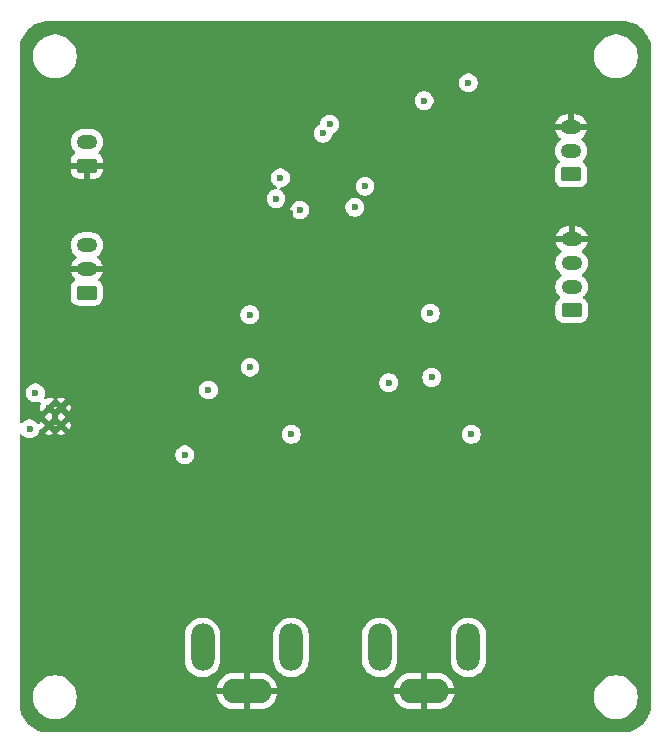
<source format=gbr>
%TF.GenerationSoftware,KiCad,Pcbnew,9.0.7*%
%TF.CreationDate,2026-02-10T21:29:49-05:00*%
%TF.ProjectId,dac,6461632e-6b69-4636-9164-5f7063625858,rev?*%
%TF.SameCoordinates,Original*%
%TF.FileFunction,Copper,L3,Inr*%
%TF.FilePolarity,Positive*%
%FSLAX46Y46*%
G04 Gerber Fmt 4.6, Leading zero omitted, Abs format (unit mm)*
G04 Created by KiCad (PCBNEW 9.0.7) date 2026-02-10 21:29:49*
%MOMM*%
%LPD*%
G01*
G04 APERTURE LIST*
G04 Aperture macros list*
%AMRoundRect*
0 Rectangle with rounded corners*
0 $1 Rounding radius*
0 $2 $3 $4 $5 $6 $7 $8 $9 X,Y pos of 4 corners*
0 Add a 4 corners polygon primitive as box body*
4,1,4,$2,$3,$4,$5,$6,$7,$8,$9,$2,$3,0*
0 Add four circle primitives for the rounded corners*
1,1,$1+$1,$2,$3*
1,1,$1+$1,$4,$5*
1,1,$1+$1,$6,$7*
1,1,$1+$1,$8,$9*
0 Add four rect primitives between the rounded corners*
20,1,$1+$1,$2,$3,$4,$5,0*
20,1,$1+$1,$4,$5,$6,$7,0*
20,1,$1+$1,$6,$7,$8,$9,0*
20,1,$1+$1,$8,$9,$2,$3,0*%
G04 Aperture macros list end*
%TA.AperFunction,ComponentPad*%
%ADD10O,1.750000X1.200000*%
%TD*%
%TA.AperFunction,ComponentPad*%
%ADD11RoundRect,0.250000X0.625000X-0.350000X0.625000X0.350000X-0.625000X0.350000X-0.625000X-0.350000X0*%
%TD*%
%TA.AperFunction,ComponentPad*%
%ADD12C,0.600000*%
%TD*%
%TA.AperFunction,ComponentPad*%
%ADD13O,4.200000X2.100000*%
%TD*%
%TA.AperFunction,ComponentPad*%
%ADD14O,2.000000X4.000000*%
%TD*%
%TA.AperFunction,ViaPad*%
%ADD15C,0.600000*%
%TD*%
G04 APERTURE END LIST*
D10*
%TO.N,/+15V*%
%TO.C,J3*%
X108700000Y-94250000D03*
%TO.N,GND*%
X108700000Y-96250000D03*
D11*
%TO.N,/-15V*%
X108700000Y-98250000D03*
%TD*%
%TO.N,GND*%
%TO.C,J4*%
X108700000Y-87500000D03*
D10*
%TO.N,+5V*%
X108700000Y-85500000D03*
%TD*%
D11*
%TO.N,/BCLK*%
%TO.C,J2*%
X149750000Y-99750000D03*
D10*
%TO.N,/WCLK*%
X149750000Y-97750000D03*
%TO.N,/DATA*%
X149750000Y-95750000D03*
%TO.N,GND*%
X149750000Y-93750000D03*
%TD*%
D11*
%TO.N,/SCL*%
%TO.C,J1*%
X149700000Y-88250000D03*
D10*
%TO.N,/SCA*%
X149700000Y-86250000D03*
%TO.N,GND*%
X149700000Y-84250000D03*
%TD*%
D12*
%TO.N,GND*%
%TO.C,U5*%
X105525000Y-107990000D03*
X105525000Y-109490000D03*
X106025000Y-108740000D03*
X106525000Y-107990000D03*
X106525000Y-109490000D03*
%TD*%
D13*
%TO.N,GND*%
%TO.C,J5*%
X122250000Y-132000000D03*
X137250000Y-132000000D03*
D14*
%TO.N,Net-(C15-Pad2)*%
X118500000Y-128300000D03*
%TO.N,Net-(C21-Pad2)*%
X133500000Y-128300000D03*
%TO.N,Net-(C15-Pad2)*%
X126000000Y-128300000D03*
%TO.N,Net-(C21-Pad2)*%
X141000000Y-128300000D03*
%TD*%
D15*
%TO.N,GND*%
X118750000Y-101000000D03*
X118750000Y-98081818D03*
X107000000Y-101750000D03*
%TO.N,/-15V*%
X103846055Y-109794960D03*
%TO.N,/+15V*%
X104350000Y-106750000D03*
%TO.N,GND*%
X104750000Y-105250000D03*
X104750000Y-101000000D03*
X131250000Y-127750000D03*
X126750000Y-101500000D03*
X110250000Y-80250000D03*
X113000000Y-88750000D03*
X144000000Y-82000000D03*
X111250000Y-127595455D03*
X104750000Y-86409091D03*
X150250000Y-118840910D03*
X150250000Y-133331818D03*
X136750000Y-95250000D03*
X153500000Y-86409091D03*
X126700000Y-113152273D03*
X123750000Y-97000000D03*
X108000000Y-118840910D03*
X131250000Y-116090910D03*
X120250000Y-91500000D03*
X131250000Y-121927273D03*
X147000000Y-89327273D03*
X147000000Y-118840910D03*
X126700000Y-116070455D03*
X120250000Y-85250000D03*
X141250000Y-91250000D03*
X111250000Y-130500000D03*
X153500000Y-104250000D03*
X133750000Y-101500000D03*
X143750000Y-113004546D03*
X104750000Y-92245455D03*
X117000000Y-94500000D03*
X104500000Y-97000000D03*
X122250000Y-83750000D03*
X110250000Y-78000000D03*
X143750000Y-107168182D03*
X106500000Y-112500000D03*
X143750000Y-95163637D03*
X131250000Y-113172728D03*
X114500000Y-118840910D03*
X131250000Y-133500000D03*
X104750000Y-121759091D03*
X112857143Y-78000000D03*
X123500000Y-80000000D03*
X153500000Y-89327273D03*
X147000000Y-130500000D03*
X129589285Y-78000000D03*
X134250000Y-95250000D03*
X120749998Y-90625000D03*
X133750000Y-104418182D03*
X143750000Y-130500000D03*
X115500000Y-87250000D03*
X131250000Y-119009091D03*
X153500000Y-83490909D03*
X108000000Y-115922728D03*
X118750000Y-80000000D03*
X141250000Y-89250000D03*
X148750000Y-78000000D03*
X153500000Y-107168182D03*
X147000000Y-98081819D03*
X131250000Y-98250000D03*
X104750000Y-124677273D03*
X143750000Y-115922728D03*
X143750000Y-101000000D03*
X146589285Y-78000000D03*
X153500000Y-124677273D03*
X112250000Y-98081818D03*
X131250000Y-101500000D03*
X127250000Y-87000000D03*
X108000000Y-127595455D03*
X147000000Y-113004546D03*
X108000000Y-121759091D03*
X141250000Y-95250000D03*
X150250000Y-127595455D03*
X133750000Y-90250000D03*
X133750000Y-118988636D03*
X153500000Y-118840910D03*
X106750000Y-106000000D03*
X150250000Y-107168182D03*
X143750000Y-124677273D03*
X153500000Y-101000000D03*
X115500000Y-101000000D03*
X134704605Y-85376156D03*
X120250000Y-83750000D03*
X126700000Y-124825000D03*
X150250000Y-115922728D03*
X111250000Y-118840910D03*
X143750000Y-127595455D03*
X104750000Y-112500000D03*
X129000000Y-124845455D03*
X147000000Y-101000000D03*
X147000000Y-133331818D03*
X129000000Y-113172728D03*
X129000000Y-98250000D03*
X143750000Y-133331818D03*
X153500000Y-115922728D03*
X134785714Y-78000000D03*
X114500000Y-121759091D03*
X117750000Y-124750000D03*
X153500000Y-113004546D03*
X114500000Y-115922728D03*
X115000000Y-78000000D03*
X129000000Y-107336364D03*
X129000000Y-130581818D03*
X129750000Y-87000000D03*
X115500000Y-85750000D03*
X143750000Y-110086364D03*
X121250000Y-89750000D03*
X117785714Y-78000000D03*
X129000000Y-133500000D03*
X120232143Y-78000000D03*
X115500000Y-88750000D03*
X122375000Y-78000000D03*
X143750000Y-104250000D03*
X121250000Y-87000000D03*
X129000000Y-121927273D03*
X108000000Y-124677273D03*
X150250000Y-113004546D03*
X126700000Y-118988636D03*
X153500000Y-98081819D03*
X104750000Y-127595455D03*
X104750000Y-118840910D03*
X153500000Y-121759091D03*
X153500000Y-95163637D03*
X129000000Y-119009091D03*
X121250000Y-97000000D03*
X147000000Y-107168182D03*
X114500000Y-130500000D03*
X117750000Y-121831818D03*
X147000000Y-110086364D03*
X111250000Y-124677273D03*
X134785714Y-80000000D03*
X122750000Y-109500000D03*
X147000000Y-124677273D03*
X112750000Y-80250000D03*
X120250000Y-89750000D03*
X127250000Y-84000000D03*
X147000000Y-121759091D03*
X133750000Y-113152273D03*
X113000000Y-85750000D03*
X129000000Y-116090910D03*
X122250000Y-85250000D03*
X143750000Y-98081819D03*
X121250000Y-80000000D03*
X111250000Y-133331818D03*
X111250000Y-121759091D03*
X104750000Y-89327273D03*
X138000000Y-109000000D03*
X112250000Y-101000000D03*
X115500000Y-98081818D03*
X143750000Y-121759091D03*
X131250000Y-124845455D03*
X104750000Y-83490909D03*
X141250000Y-98081819D03*
X114500000Y-127595455D03*
X125931844Y-91521694D03*
X114500000Y-124677273D03*
X153500000Y-92245455D03*
X143750000Y-118840910D03*
X130723990Y-85575000D03*
X143000000Y-85500000D03*
X146589285Y-80000000D03*
X150250000Y-104250000D03*
X150250000Y-124677273D03*
X117750000Y-118913637D03*
X147000000Y-127595455D03*
X114500000Y-133331818D03*
X130250000Y-93500000D03*
X129000000Y-127750000D03*
X153500000Y-110086364D03*
X153500000Y-127595455D03*
X126700000Y-121906818D03*
X133750000Y-121906818D03*
X131250000Y-107336364D03*
X147000000Y-115922728D03*
X131250000Y-104418182D03*
X133750000Y-116070455D03*
X139000000Y-95250000D03*
X150250000Y-130500000D03*
X127250000Y-89250000D03*
X131250000Y-130581818D03*
X124839285Y-78000000D03*
X126750000Y-104418182D03*
X113000000Y-87250000D03*
X110000000Y-106500000D03*
X129000000Y-104418182D03*
X129000000Y-101500000D03*
X147000000Y-104250000D03*
X150250000Y-110086364D03*
X148750000Y-80000000D03*
X129000000Y-95331818D03*
X111250000Y-115922728D03*
X133750000Y-124825000D03*
X134785714Y-82000000D03*
X104750000Y-115922728D03*
X126750000Y-98250000D03*
X112000000Y-92500000D03*
X123250000Y-89250000D03*
X150250000Y-121759091D03*
X121250000Y-91500000D03*
X146500000Y-82000000D03*
X129750000Y-89250000D03*
X127000000Y-78000000D03*
%TO.N,DAC2B*%
X137890000Y-105444283D03*
X137783862Y-100007997D03*
%TO.N,+3.3V*%
X132250000Y-89250000D03*
X125091263Y-88545895D03*
X126741805Y-91263879D03*
X124717491Y-90302438D03*
X131392322Y-91023694D03*
%TO.N,DAC1B*%
X122499999Y-100134651D03*
X122515288Y-104565472D03*
%TO.N,+12V*%
X134250000Y-105887502D03*
X119000000Y-106500000D03*
%TO.N,-12V*%
X141250000Y-110250000D03*
X126000000Y-110250000D03*
X117000000Y-112000000D03*
%TO.N,Net-(U1-ADDR0)*%
X128699000Y-84756223D03*
X137250000Y-82000000D03*
%TO.N,Net-(U1-ADDR1)*%
X141000000Y-80500000D03*
X129250000Y-84000000D03*
%TD*%
%TA.AperFunction,Conductor*%
%TO.N,GND*%
G36*
X154003736Y-75250726D02*
G01*
X154293796Y-75268271D01*
X154308659Y-75270076D01*
X154590798Y-75321780D01*
X154605335Y-75325363D01*
X154879172Y-75410695D01*
X154893163Y-75416000D01*
X155154743Y-75533727D01*
X155167989Y-75540680D01*
X155413465Y-75689075D01*
X155425776Y-75697573D01*
X155651573Y-75874473D01*
X155662781Y-75884403D01*
X155865596Y-76087218D01*
X155875526Y-76098426D01*
X155995481Y-76251538D01*
X156052422Y-76324217D01*
X156060926Y-76336537D01*
X156118128Y-76431161D01*
X156209316Y-76582004D01*
X156216275Y-76595263D01*
X156333997Y-76856831D01*
X156339306Y-76870832D01*
X156424635Y-77144663D01*
X156428219Y-77159201D01*
X156479923Y-77441340D01*
X156481728Y-77456205D01*
X156499274Y-77746263D01*
X156499500Y-77753750D01*
X156499500Y-132996249D01*
X156499274Y-133003736D01*
X156481728Y-133293794D01*
X156479923Y-133308659D01*
X156428219Y-133590798D01*
X156424635Y-133605336D01*
X156339306Y-133879167D01*
X156333997Y-133893168D01*
X156216275Y-134154736D01*
X156209316Y-134167995D01*
X156060928Y-134413459D01*
X156052422Y-134425782D01*
X155875526Y-134651573D01*
X155865596Y-134662781D01*
X155662781Y-134865596D01*
X155651573Y-134875526D01*
X155425782Y-135052422D01*
X155413459Y-135060928D01*
X155167995Y-135209316D01*
X155154736Y-135216275D01*
X154893168Y-135333997D01*
X154879167Y-135339306D01*
X154605336Y-135424635D01*
X154590798Y-135428219D01*
X154308659Y-135479923D01*
X154293794Y-135481728D01*
X154003736Y-135499274D01*
X153996249Y-135499500D01*
X105503751Y-135499500D01*
X105496264Y-135499274D01*
X105206205Y-135481728D01*
X105191340Y-135479923D01*
X104909201Y-135428219D01*
X104894663Y-135424635D01*
X104620832Y-135339306D01*
X104606831Y-135333997D01*
X104345263Y-135216275D01*
X104332004Y-135209316D01*
X104086540Y-135060928D01*
X104074217Y-135052422D01*
X103848426Y-134875526D01*
X103837218Y-134865596D01*
X103634403Y-134662781D01*
X103624473Y-134651573D01*
X103447573Y-134425776D01*
X103439075Y-134413465D01*
X103290680Y-134167989D01*
X103283727Y-134154743D01*
X103166000Y-133893163D01*
X103160693Y-133879167D01*
X103111949Y-133722743D01*
X103075363Y-133605335D01*
X103071780Y-133590798D01*
X103020075Y-133308657D01*
X103018271Y-133293794D01*
X103000726Y-133003736D01*
X103000500Y-132996249D01*
X103000500Y-132378711D01*
X104149500Y-132378711D01*
X104149500Y-132621288D01*
X104181161Y-132861785D01*
X104243947Y-133096104D01*
X104336773Y-133320205D01*
X104336776Y-133320212D01*
X104458064Y-133530289D01*
X104458066Y-133530292D01*
X104458067Y-133530293D01*
X104605733Y-133722736D01*
X104605739Y-133722743D01*
X104777256Y-133894260D01*
X104777262Y-133894265D01*
X104969711Y-134041936D01*
X105179788Y-134163224D01*
X105403900Y-134256054D01*
X105638211Y-134318838D01*
X105818586Y-134342584D01*
X105878711Y-134350500D01*
X105878712Y-134350500D01*
X106121289Y-134350500D01*
X106169388Y-134344167D01*
X106361789Y-134318838D01*
X106596100Y-134256054D01*
X106820212Y-134163224D01*
X107030289Y-134041936D01*
X107222738Y-133894265D01*
X107394265Y-133722738D01*
X107541936Y-133530289D01*
X107663224Y-133320212D01*
X107756054Y-133096100D01*
X107818838Y-132861789D01*
X107850500Y-132621288D01*
X107850500Y-132378712D01*
X107818838Y-132138211D01*
X107756054Y-131903900D01*
X107756051Y-131903892D01*
X107727315Y-131834515D01*
X107692307Y-131750000D01*
X119670275Y-131750000D01*
X121049999Y-131750000D01*
X121024979Y-131810402D01*
X121000000Y-131935981D01*
X121000000Y-132064019D01*
X121024979Y-132189598D01*
X121049999Y-132250000D01*
X119670275Y-132250000D01*
X119688165Y-132362959D01*
X119763560Y-132594998D01*
X119874321Y-132812377D01*
X120017728Y-133009759D01*
X120190240Y-133182271D01*
X120387622Y-133325678D01*
X120605001Y-133436439D01*
X120837040Y-133511834D01*
X121078007Y-133550000D01*
X122000000Y-133550000D01*
X122000000Y-132650000D01*
X122500000Y-132650000D01*
X122500000Y-133550000D01*
X123421993Y-133550000D01*
X123662959Y-133511834D01*
X123894998Y-133436439D01*
X124112377Y-133325678D01*
X124309759Y-133182271D01*
X124482271Y-133009759D01*
X124625678Y-132812377D01*
X124736439Y-132594998D01*
X124811834Y-132362959D01*
X124829725Y-132250000D01*
X123450001Y-132250000D01*
X123475021Y-132189598D01*
X123500000Y-132064019D01*
X123500000Y-131935981D01*
X123475021Y-131810402D01*
X123450001Y-131750000D01*
X124829725Y-131750000D01*
X134670275Y-131750000D01*
X136049999Y-131750000D01*
X136024979Y-131810402D01*
X136000000Y-131935981D01*
X136000000Y-132064019D01*
X136024979Y-132189598D01*
X136049999Y-132250000D01*
X134670275Y-132250000D01*
X134688165Y-132362959D01*
X134763560Y-132594998D01*
X134874321Y-132812377D01*
X135017728Y-133009759D01*
X135190240Y-133182271D01*
X135387622Y-133325678D01*
X135605001Y-133436439D01*
X135837040Y-133511834D01*
X136078007Y-133550000D01*
X137000000Y-133550000D01*
X137000000Y-132650000D01*
X137500000Y-132650000D01*
X137500000Y-133550000D01*
X138421993Y-133550000D01*
X138662959Y-133511834D01*
X138894998Y-133436439D01*
X139112377Y-133325678D01*
X139309759Y-133182271D01*
X139482271Y-133009759D01*
X139625678Y-132812377D01*
X139736439Y-132594998D01*
X139806715Y-132378711D01*
X151649500Y-132378711D01*
X151649500Y-132621288D01*
X151681161Y-132861785D01*
X151743947Y-133096104D01*
X151836773Y-133320205D01*
X151836776Y-133320212D01*
X151958064Y-133530289D01*
X151958066Y-133530292D01*
X151958067Y-133530293D01*
X152105733Y-133722736D01*
X152105739Y-133722743D01*
X152277256Y-133894260D01*
X152277262Y-133894265D01*
X152469711Y-134041936D01*
X152679788Y-134163224D01*
X152903900Y-134256054D01*
X153138211Y-134318838D01*
X153318586Y-134342584D01*
X153378711Y-134350500D01*
X153378712Y-134350500D01*
X153621289Y-134350500D01*
X153669388Y-134344167D01*
X153861789Y-134318838D01*
X154096100Y-134256054D01*
X154320212Y-134163224D01*
X154530289Y-134041936D01*
X154722738Y-133894265D01*
X154894265Y-133722738D01*
X155041936Y-133530289D01*
X155163224Y-133320212D01*
X155256054Y-133096100D01*
X155318838Y-132861789D01*
X155350500Y-132621288D01*
X155350500Y-132378712D01*
X155318838Y-132138211D01*
X155256054Y-131903900D01*
X155163224Y-131679788D01*
X155041936Y-131469711D01*
X154894265Y-131277262D01*
X154894260Y-131277256D01*
X154722743Y-131105739D01*
X154722736Y-131105733D01*
X154530293Y-130958067D01*
X154530292Y-130958066D01*
X154530289Y-130958064D01*
X154320212Y-130836776D01*
X154274226Y-130817728D01*
X154096104Y-130743947D01*
X153861785Y-130681161D01*
X153621289Y-130649500D01*
X153621288Y-130649500D01*
X153378712Y-130649500D01*
X153378711Y-130649500D01*
X153138214Y-130681161D01*
X152903895Y-130743947D01*
X152679794Y-130836773D01*
X152679785Y-130836777D01*
X152469706Y-130958067D01*
X152277263Y-131105733D01*
X152277256Y-131105739D01*
X152105739Y-131277256D01*
X152105733Y-131277263D01*
X151958067Y-131469706D01*
X151836777Y-131679785D01*
X151836773Y-131679794D01*
X151743947Y-131903895D01*
X151681161Y-132138214D01*
X151649500Y-132378711D01*
X139806715Y-132378711D01*
X139811832Y-132362963D01*
X139813053Y-132355258D01*
X139813054Y-132355255D01*
X139829725Y-132250000D01*
X138450001Y-132250000D01*
X138475021Y-132189598D01*
X138500000Y-132064019D01*
X138500000Y-131935981D01*
X138475021Y-131810402D01*
X138450001Y-131750000D01*
X139829725Y-131750000D01*
X139811834Y-131637040D01*
X139736439Y-131405001D01*
X139625678Y-131187622D01*
X139482271Y-130990240D01*
X139309759Y-130817728D01*
X139112377Y-130674321D01*
X138894998Y-130563560D01*
X138662959Y-130488165D01*
X138421993Y-130450000D01*
X137500000Y-130450000D01*
X137500000Y-131350000D01*
X137000000Y-131350000D01*
X137000000Y-130450000D01*
X136078007Y-130450000D01*
X135837040Y-130488165D01*
X135605001Y-130563560D01*
X135387622Y-130674321D01*
X135190240Y-130817728D01*
X135017728Y-130990240D01*
X134874321Y-131187622D01*
X134763560Y-131405001D01*
X134688165Y-131637040D01*
X134670275Y-131750000D01*
X124829725Y-131750000D01*
X124811834Y-131637040D01*
X124736439Y-131405001D01*
X124625678Y-131187622D01*
X124482271Y-130990240D01*
X124309759Y-130817728D01*
X124112377Y-130674321D01*
X123894998Y-130563560D01*
X123662959Y-130488165D01*
X123421993Y-130450000D01*
X122500000Y-130450000D01*
X122500000Y-131350000D01*
X122000000Y-131350000D01*
X122000000Y-130450000D01*
X121078007Y-130450000D01*
X120837040Y-130488165D01*
X120605001Y-130563560D01*
X120387622Y-130674321D01*
X120190240Y-130817728D01*
X120017728Y-130990240D01*
X119874321Y-131187622D01*
X119763560Y-131405001D01*
X119688165Y-131637040D01*
X119670275Y-131750000D01*
X107692307Y-131750000D01*
X107663227Y-131679794D01*
X107663222Y-131679785D01*
X107638543Y-131637040D01*
X107541936Y-131469711D01*
X107394265Y-131277262D01*
X107394260Y-131277256D01*
X107222743Y-131105739D01*
X107222736Y-131105733D01*
X107030293Y-130958067D01*
X107030292Y-130958066D01*
X107030289Y-130958064D01*
X106820212Y-130836776D01*
X106774226Y-130817728D01*
X106596104Y-130743947D01*
X106361785Y-130681161D01*
X106121289Y-130649500D01*
X106121288Y-130649500D01*
X105878712Y-130649500D01*
X105878711Y-130649500D01*
X105638214Y-130681161D01*
X105403895Y-130743947D01*
X105179794Y-130836773D01*
X105179785Y-130836777D01*
X104969706Y-130958067D01*
X104777263Y-131105733D01*
X104777256Y-131105739D01*
X104605739Y-131277256D01*
X104605733Y-131277263D01*
X104458067Y-131469706D01*
X104336777Y-131679785D01*
X104336773Y-131679794D01*
X104243947Y-131903895D01*
X104181161Y-132138214D01*
X104149500Y-132378711D01*
X103000500Y-132378711D01*
X103000500Y-127181902D01*
X116999500Y-127181902D01*
X116999500Y-129418097D01*
X117036446Y-129651368D01*
X117109433Y-129875996D01*
X117216657Y-130086433D01*
X117355483Y-130277510D01*
X117522490Y-130444517D01*
X117713567Y-130583343D01*
X117812991Y-130634002D01*
X117924003Y-130690566D01*
X117924005Y-130690566D01*
X117924008Y-130690568D01*
X118044412Y-130729689D01*
X118148631Y-130763553D01*
X118381903Y-130800500D01*
X118381908Y-130800500D01*
X118618097Y-130800500D01*
X118851368Y-130763553D01*
X119075992Y-130690568D01*
X119286433Y-130583343D01*
X119477510Y-130444517D01*
X119644517Y-130277510D01*
X119783343Y-130086433D01*
X119890568Y-129875992D01*
X119963553Y-129651368D01*
X120000500Y-129418097D01*
X120000500Y-127181902D01*
X124499500Y-127181902D01*
X124499500Y-129418097D01*
X124536446Y-129651368D01*
X124609433Y-129875996D01*
X124716657Y-130086433D01*
X124855483Y-130277510D01*
X125022490Y-130444517D01*
X125213567Y-130583343D01*
X125312991Y-130634002D01*
X125424003Y-130690566D01*
X125424005Y-130690566D01*
X125424008Y-130690568D01*
X125544412Y-130729689D01*
X125648631Y-130763553D01*
X125881903Y-130800500D01*
X125881908Y-130800500D01*
X126118097Y-130800500D01*
X126351368Y-130763553D01*
X126575992Y-130690568D01*
X126786433Y-130583343D01*
X126977510Y-130444517D01*
X127144517Y-130277510D01*
X127283343Y-130086433D01*
X127390568Y-129875992D01*
X127463553Y-129651368D01*
X127500500Y-129418097D01*
X127500500Y-127181902D01*
X131999500Y-127181902D01*
X131999500Y-129418097D01*
X132036446Y-129651368D01*
X132109433Y-129875996D01*
X132216657Y-130086433D01*
X132355483Y-130277510D01*
X132522490Y-130444517D01*
X132713567Y-130583343D01*
X132812991Y-130634002D01*
X132924003Y-130690566D01*
X132924005Y-130690566D01*
X132924008Y-130690568D01*
X133044412Y-130729689D01*
X133148631Y-130763553D01*
X133381903Y-130800500D01*
X133381908Y-130800500D01*
X133618097Y-130800500D01*
X133851368Y-130763553D01*
X134075992Y-130690568D01*
X134286433Y-130583343D01*
X134477510Y-130444517D01*
X134644517Y-130277510D01*
X134783343Y-130086433D01*
X134890568Y-129875992D01*
X134963553Y-129651368D01*
X135000500Y-129418097D01*
X135000500Y-127181902D01*
X139499500Y-127181902D01*
X139499500Y-129418097D01*
X139536446Y-129651368D01*
X139609433Y-129875996D01*
X139716657Y-130086433D01*
X139855483Y-130277510D01*
X140022490Y-130444517D01*
X140213567Y-130583343D01*
X140312991Y-130634002D01*
X140424003Y-130690566D01*
X140424005Y-130690566D01*
X140424008Y-130690568D01*
X140544412Y-130729689D01*
X140648631Y-130763553D01*
X140881903Y-130800500D01*
X140881908Y-130800500D01*
X141118097Y-130800500D01*
X141351368Y-130763553D01*
X141575992Y-130690568D01*
X141786433Y-130583343D01*
X141977510Y-130444517D01*
X142144517Y-130277510D01*
X142283343Y-130086433D01*
X142390568Y-129875992D01*
X142463553Y-129651368D01*
X142500500Y-129418097D01*
X142500500Y-127181902D01*
X142463553Y-126948631D01*
X142390566Y-126724003D01*
X142283342Y-126513566D01*
X142144517Y-126322490D01*
X141977510Y-126155483D01*
X141786433Y-126016657D01*
X141575996Y-125909433D01*
X141351368Y-125836446D01*
X141118097Y-125799500D01*
X141118092Y-125799500D01*
X140881908Y-125799500D01*
X140881903Y-125799500D01*
X140648631Y-125836446D01*
X140424003Y-125909433D01*
X140213566Y-126016657D01*
X140104550Y-126095862D01*
X140022490Y-126155483D01*
X140022488Y-126155485D01*
X140022487Y-126155485D01*
X139855485Y-126322487D01*
X139855485Y-126322488D01*
X139855483Y-126322490D01*
X139795862Y-126404550D01*
X139716657Y-126513566D01*
X139609433Y-126724003D01*
X139536446Y-126948631D01*
X139499500Y-127181902D01*
X135000500Y-127181902D01*
X134963553Y-126948631D01*
X134890566Y-126724003D01*
X134783342Y-126513566D01*
X134644517Y-126322490D01*
X134477510Y-126155483D01*
X134286433Y-126016657D01*
X134075996Y-125909433D01*
X133851368Y-125836446D01*
X133618097Y-125799500D01*
X133618092Y-125799500D01*
X133381908Y-125799500D01*
X133381903Y-125799500D01*
X133148631Y-125836446D01*
X132924003Y-125909433D01*
X132713566Y-126016657D01*
X132604550Y-126095862D01*
X132522490Y-126155483D01*
X132522488Y-126155485D01*
X132522487Y-126155485D01*
X132355485Y-126322487D01*
X132355485Y-126322488D01*
X132355483Y-126322490D01*
X132295862Y-126404550D01*
X132216657Y-126513566D01*
X132109433Y-126724003D01*
X132036446Y-126948631D01*
X131999500Y-127181902D01*
X127500500Y-127181902D01*
X127463553Y-126948631D01*
X127390566Y-126724003D01*
X127283342Y-126513566D01*
X127144517Y-126322490D01*
X126977510Y-126155483D01*
X126786433Y-126016657D01*
X126575996Y-125909433D01*
X126351368Y-125836446D01*
X126118097Y-125799500D01*
X126118092Y-125799500D01*
X125881908Y-125799500D01*
X125881903Y-125799500D01*
X125648631Y-125836446D01*
X125424003Y-125909433D01*
X125213566Y-126016657D01*
X125104550Y-126095862D01*
X125022490Y-126155483D01*
X125022488Y-126155485D01*
X125022487Y-126155485D01*
X124855485Y-126322487D01*
X124855485Y-126322488D01*
X124855483Y-126322490D01*
X124795862Y-126404550D01*
X124716657Y-126513566D01*
X124609433Y-126724003D01*
X124536446Y-126948631D01*
X124499500Y-127181902D01*
X120000500Y-127181902D01*
X119963553Y-126948631D01*
X119890566Y-126724003D01*
X119783342Y-126513566D01*
X119644517Y-126322490D01*
X119477510Y-126155483D01*
X119286433Y-126016657D01*
X119075996Y-125909433D01*
X118851368Y-125836446D01*
X118618097Y-125799500D01*
X118618092Y-125799500D01*
X118381908Y-125799500D01*
X118381903Y-125799500D01*
X118148631Y-125836446D01*
X117924003Y-125909433D01*
X117713566Y-126016657D01*
X117604550Y-126095862D01*
X117522490Y-126155483D01*
X117522488Y-126155485D01*
X117522487Y-126155485D01*
X117355485Y-126322487D01*
X117355485Y-126322488D01*
X117355483Y-126322490D01*
X117295862Y-126404550D01*
X117216657Y-126513566D01*
X117109433Y-126724003D01*
X117036446Y-126948631D01*
X116999500Y-127181902D01*
X103000500Y-127181902D01*
X103000500Y-111921153D01*
X116199500Y-111921153D01*
X116199500Y-112078846D01*
X116230261Y-112233489D01*
X116230264Y-112233501D01*
X116290602Y-112379172D01*
X116290609Y-112379185D01*
X116378210Y-112510288D01*
X116378213Y-112510292D01*
X116489707Y-112621786D01*
X116489711Y-112621789D01*
X116620814Y-112709390D01*
X116620827Y-112709397D01*
X116766498Y-112769735D01*
X116766503Y-112769737D01*
X116921153Y-112800499D01*
X116921156Y-112800500D01*
X116921158Y-112800500D01*
X117078844Y-112800500D01*
X117078845Y-112800499D01*
X117233497Y-112769737D01*
X117379179Y-112709394D01*
X117510289Y-112621789D01*
X117621789Y-112510289D01*
X117709394Y-112379179D01*
X117769737Y-112233497D01*
X117800500Y-112078842D01*
X117800500Y-111921158D01*
X117800500Y-111921155D01*
X117800499Y-111921153D01*
X117769738Y-111766510D01*
X117769737Y-111766503D01*
X117769735Y-111766498D01*
X117709397Y-111620827D01*
X117709390Y-111620814D01*
X117621789Y-111489711D01*
X117621786Y-111489707D01*
X117510292Y-111378213D01*
X117510288Y-111378210D01*
X117379185Y-111290609D01*
X117379172Y-111290602D01*
X117233501Y-111230264D01*
X117233489Y-111230261D01*
X117078845Y-111199500D01*
X117078842Y-111199500D01*
X116921158Y-111199500D01*
X116921155Y-111199500D01*
X116766510Y-111230261D01*
X116766498Y-111230264D01*
X116620827Y-111290602D01*
X116620814Y-111290609D01*
X116489711Y-111378210D01*
X116489707Y-111378213D01*
X116378213Y-111489707D01*
X116378210Y-111489711D01*
X116290609Y-111620814D01*
X116290602Y-111620827D01*
X116230264Y-111766498D01*
X116230261Y-111766510D01*
X116199500Y-111921153D01*
X103000500Y-111921153D01*
X103000500Y-110379133D01*
X103020185Y-110312094D01*
X103072989Y-110266339D01*
X103142147Y-110256395D01*
X103205703Y-110285420D01*
X103219605Y-110301194D01*
X103220402Y-110300541D01*
X103224268Y-110305252D01*
X103335762Y-110416746D01*
X103335766Y-110416749D01*
X103466869Y-110504350D01*
X103466882Y-110504357D01*
X103612553Y-110564695D01*
X103612558Y-110564697D01*
X103767208Y-110595459D01*
X103767211Y-110595460D01*
X103767213Y-110595460D01*
X103924899Y-110595460D01*
X103924900Y-110595459D01*
X104079552Y-110564697D01*
X104225234Y-110504354D01*
X104356344Y-110416749D01*
X104467844Y-110305249D01*
X104534264Y-110205845D01*
X105162706Y-110205845D01*
X105291652Y-110259257D01*
X105291656Y-110259258D01*
X105446202Y-110289999D01*
X105446206Y-110290000D01*
X105603794Y-110290000D01*
X105603797Y-110289999D01*
X105758343Y-110259258D01*
X105758347Y-110259257D01*
X105887293Y-110205845D01*
X106162706Y-110205845D01*
X106291652Y-110259257D01*
X106291656Y-110259258D01*
X106446202Y-110289999D01*
X106446206Y-110290000D01*
X106603794Y-110290000D01*
X106603797Y-110289999D01*
X106758343Y-110259258D01*
X106758347Y-110259257D01*
X106887293Y-110205845D01*
X106852601Y-110171153D01*
X125199500Y-110171153D01*
X125199500Y-110328846D01*
X125230261Y-110483489D01*
X125230264Y-110483501D01*
X125290602Y-110629172D01*
X125290609Y-110629185D01*
X125378210Y-110760288D01*
X125378213Y-110760292D01*
X125489707Y-110871786D01*
X125489711Y-110871789D01*
X125620814Y-110959390D01*
X125620827Y-110959397D01*
X125766498Y-111019735D01*
X125766503Y-111019737D01*
X125921153Y-111050499D01*
X125921156Y-111050500D01*
X125921158Y-111050500D01*
X126078844Y-111050500D01*
X126078845Y-111050499D01*
X126233497Y-111019737D01*
X126379179Y-110959394D01*
X126510289Y-110871789D01*
X126621789Y-110760289D01*
X126709394Y-110629179D01*
X126769737Y-110483497D01*
X126800500Y-110328842D01*
X126800500Y-110171158D01*
X126800500Y-110171155D01*
X126800499Y-110171153D01*
X140449500Y-110171153D01*
X140449500Y-110328846D01*
X140480261Y-110483489D01*
X140480264Y-110483501D01*
X140540602Y-110629172D01*
X140540609Y-110629185D01*
X140628210Y-110760288D01*
X140628213Y-110760292D01*
X140739707Y-110871786D01*
X140739711Y-110871789D01*
X140870814Y-110959390D01*
X140870827Y-110959397D01*
X141016498Y-111019735D01*
X141016503Y-111019737D01*
X141171153Y-111050499D01*
X141171156Y-111050500D01*
X141171158Y-111050500D01*
X141328844Y-111050500D01*
X141328845Y-111050499D01*
X141483497Y-111019737D01*
X141629179Y-110959394D01*
X141760289Y-110871789D01*
X141871789Y-110760289D01*
X141959394Y-110629179D01*
X142019737Y-110483497D01*
X142050500Y-110328842D01*
X142050500Y-110171158D01*
X142050500Y-110171155D01*
X142050499Y-110171153D01*
X142040908Y-110122938D01*
X142019737Y-110016503D01*
X141960629Y-109873802D01*
X141959397Y-109870827D01*
X141959390Y-109870814D01*
X141871789Y-109739711D01*
X141871786Y-109739707D01*
X141760292Y-109628213D01*
X141760288Y-109628210D01*
X141629185Y-109540609D01*
X141629172Y-109540602D01*
X141483501Y-109480264D01*
X141483489Y-109480261D01*
X141328845Y-109449500D01*
X141328842Y-109449500D01*
X141171158Y-109449500D01*
X141171155Y-109449500D01*
X141016510Y-109480261D01*
X141016498Y-109480264D01*
X140870827Y-109540602D01*
X140870814Y-109540609D01*
X140739711Y-109628210D01*
X140739707Y-109628213D01*
X140628213Y-109739707D01*
X140628210Y-109739711D01*
X140540609Y-109870814D01*
X140540602Y-109870827D01*
X140480264Y-110016498D01*
X140480261Y-110016510D01*
X140449500Y-110171153D01*
X126800499Y-110171153D01*
X126790908Y-110122938D01*
X126769737Y-110016503D01*
X126710629Y-109873802D01*
X126709397Y-109870827D01*
X126709390Y-109870814D01*
X126621789Y-109739711D01*
X126621786Y-109739707D01*
X126510292Y-109628213D01*
X126510288Y-109628210D01*
X126379185Y-109540609D01*
X126379172Y-109540602D01*
X126233501Y-109480264D01*
X126233489Y-109480261D01*
X126078845Y-109449500D01*
X126078842Y-109449500D01*
X125921158Y-109449500D01*
X125921155Y-109449500D01*
X125766510Y-109480261D01*
X125766498Y-109480264D01*
X125620827Y-109540602D01*
X125620814Y-109540609D01*
X125489711Y-109628210D01*
X125489707Y-109628213D01*
X125378213Y-109739707D01*
X125378210Y-109739711D01*
X125290609Y-109870814D01*
X125290602Y-109870827D01*
X125230264Y-110016498D01*
X125230261Y-110016510D01*
X125199500Y-110171153D01*
X106852601Y-110171153D01*
X106525001Y-109843553D01*
X106525000Y-109843553D01*
X106162706Y-110205845D01*
X105887293Y-110205845D01*
X105525001Y-109843553D01*
X105525000Y-109843553D01*
X105162706Y-110205845D01*
X104534264Y-110205845D01*
X104555449Y-110174139D01*
X104615792Y-110028457D01*
X104633914Y-109937351D01*
X104635796Y-109931252D01*
X104651699Y-109907232D01*
X104665052Y-109881706D01*
X104670749Y-109878461D01*
X104674369Y-109872995D01*
X104700735Y-109861386D01*
X104725768Y-109847132D01*
X104733421Y-109846995D01*
X104738315Y-109844841D01*
X104750087Y-109846697D01*
X104778477Y-109846191D01*
X104809153Y-109852293D01*
X105171446Y-109490001D01*
X105171446Y-109489999D01*
X105141610Y-109460163D01*
X105375000Y-109460163D01*
X105375000Y-109519837D01*
X105397836Y-109574968D01*
X105440032Y-109617164D01*
X105495163Y-109640000D01*
X105554837Y-109640000D01*
X105609968Y-109617164D01*
X105652164Y-109574968D01*
X105675000Y-109519837D01*
X105675000Y-109489999D01*
X105878553Y-109489999D01*
X106025000Y-109636446D01*
X106171446Y-109490001D01*
X106171446Y-109490000D01*
X106141609Y-109460163D01*
X106375000Y-109460163D01*
X106375000Y-109519837D01*
X106397836Y-109574968D01*
X106440032Y-109617164D01*
X106495163Y-109640000D01*
X106554837Y-109640000D01*
X106609968Y-109617164D01*
X106652164Y-109574968D01*
X106675000Y-109519837D01*
X106675000Y-109489999D01*
X106878553Y-109489999D01*
X106878553Y-109490001D01*
X107240845Y-109852293D01*
X107294257Y-109723347D01*
X107294258Y-109723343D01*
X107324999Y-109568797D01*
X107325000Y-109568794D01*
X107325000Y-109411206D01*
X107324999Y-109411202D01*
X107294258Y-109256656D01*
X107294257Y-109256652D01*
X107240845Y-109127706D01*
X106878553Y-109489999D01*
X106675000Y-109489999D01*
X106675000Y-109460163D01*
X106652164Y-109405032D01*
X106609968Y-109362836D01*
X106554837Y-109340000D01*
X106495163Y-109340000D01*
X106440032Y-109362836D01*
X106397836Y-109405032D01*
X106375000Y-109460163D01*
X106141609Y-109460163D01*
X106025000Y-109343553D01*
X105878553Y-109489999D01*
X105675000Y-109489999D01*
X105675000Y-109460163D01*
X105652164Y-109405032D01*
X105609968Y-109362836D01*
X105554837Y-109340000D01*
X105495163Y-109340000D01*
X105440032Y-109362836D01*
X105397836Y-109405032D01*
X105375000Y-109460163D01*
X105141610Y-109460163D01*
X104809153Y-109127705D01*
X104755743Y-109256648D01*
X104755741Y-109256654D01*
X104743805Y-109316661D01*
X104711420Y-109378572D01*
X104650704Y-109413146D01*
X104580934Y-109409405D01*
X104524262Y-109368539D01*
X104519086Y-109361359D01*
X104467847Y-109284675D01*
X104467841Y-109284667D01*
X104356347Y-109173173D01*
X104356343Y-109173170D01*
X104225240Y-109085569D01*
X104225227Y-109085562D01*
X104079556Y-109025224D01*
X104079544Y-109025221D01*
X103924900Y-108994460D01*
X103924897Y-108994460D01*
X103767213Y-108994460D01*
X103767210Y-108994460D01*
X103612565Y-109025221D01*
X103612553Y-109025224D01*
X103466882Y-109085562D01*
X103466869Y-109085569D01*
X103335766Y-109173170D01*
X103335762Y-109173173D01*
X103224268Y-109284667D01*
X103220402Y-109289379D01*
X103218275Y-109287633D01*
X103173372Y-109324749D01*
X103104001Y-109333080D01*
X103041138Y-109302584D01*
X103004742Y-109242942D01*
X103000500Y-109210786D01*
X103000500Y-108705845D01*
X105162705Y-108705845D01*
X105164687Y-108715808D01*
X105164687Y-108764190D01*
X105162705Y-108774153D01*
X105525000Y-109136446D01*
X105525001Y-109136446D01*
X105879864Y-108781580D01*
X105897836Y-108824968D01*
X105940032Y-108867164D01*
X105995163Y-108890000D01*
X106054837Y-108890000D01*
X106109968Y-108867164D01*
X106152164Y-108824968D01*
X106170135Y-108781581D01*
X106525000Y-109136446D01*
X106525001Y-109136446D01*
X106887292Y-108774154D01*
X106885311Y-108764191D01*
X106885311Y-108715806D01*
X106887292Y-108705844D01*
X106525000Y-108343553D01*
X106170134Y-108698416D01*
X106152164Y-108655032D01*
X106109968Y-108612836D01*
X106054837Y-108590000D01*
X105995163Y-108590000D01*
X105940032Y-108612836D01*
X105897836Y-108655032D01*
X105879864Y-108698417D01*
X105525001Y-108343553D01*
X105525000Y-108343553D01*
X105162705Y-108705845D01*
X103000500Y-108705845D01*
X103000500Y-106671153D01*
X103549500Y-106671153D01*
X103549500Y-106828846D01*
X103580261Y-106983489D01*
X103580264Y-106983501D01*
X103640602Y-107129172D01*
X103640609Y-107129185D01*
X103728210Y-107260288D01*
X103728213Y-107260292D01*
X103839707Y-107371786D01*
X103839711Y-107371789D01*
X103970814Y-107459390D01*
X103970827Y-107459397D01*
X104048670Y-107491640D01*
X104116503Y-107519737D01*
X104271153Y-107550499D01*
X104271156Y-107550500D01*
X104271158Y-107550500D01*
X104428844Y-107550500D01*
X104428845Y-107550499D01*
X104583497Y-107519737D01*
X104633298Y-107499108D01*
X104702767Y-107491640D01*
X104765246Y-107522915D01*
X104800898Y-107583004D01*
X104798404Y-107652829D01*
X104795311Y-107661122D01*
X104755744Y-107756644D01*
X104755741Y-107756656D01*
X104725000Y-107911202D01*
X104725000Y-108068797D01*
X104755741Y-108223343D01*
X104755743Y-108223351D01*
X104809153Y-108352293D01*
X105201283Y-107960163D01*
X105375000Y-107960163D01*
X105375000Y-108019837D01*
X105397836Y-108074968D01*
X105440032Y-108117164D01*
X105495163Y-108140000D01*
X105554837Y-108140000D01*
X105609968Y-108117164D01*
X105652164Y-108074968D01*
X105675000Y-108019837D01*
X105675000Y-107989999D01*
X105878553Y-107989999D01*
X106025000Y-108136446D01*
X106171446Y-107990001D01*
X106171446Y-107990000D01*
X106141609Y-107960163D01*
X106375000Y-107960163D01*
X106375000Y-108019837D01*
X106397836Y-108074968D01*
X106440032Y-108117164D01*
X106495163Y-108140000D01*
X106554837Y-108140000D01*
X106609968Y-108117164D01*
X106652164Y-108074968D01*
X106675000Y-108019837D01*
X106675000Y-107989999D01*
X106878553Y-107989999D01*
X106878553Y-107990001D01*
X107240845Y-108352293D01*
X107294257Y-108223347D01*
X107294258Y-108223343D01*
X107324999Y-108068797D01*
X107325000Y-108068794D01*
X107325000Y-107911206D01*
X107324999Y-107911202D01*
X107294258Y-107756656D01*
X107294257Y-107756652D01*
X107240845Y-107627706D01*
X106878553Y-107989999D01*
X106675000Y-107989999D01*
X106675000Y-107960163D01*
X106652164Y-107905032D01*
X106609968Y-107862836D01*
X106554837Y-107840000D01*
X106495163Y-107840000D01*
X106440032Y-107862836D01*
X106397836Y-107905032D01*
X106375000Y-107960163D01*
X106141609Y-107960163D01*
X106025000Y-107843553D01*
X105878553Y-107989999D01*
X105675000Y-107989999D01*
X105675000Y-107960163D01*
X105652164Y-107905032D01*
X105609968Y-107862836D01*
X105554837Y-107840000D01*
X105495163Y-107840000D01*
X105440032Y-107862836D01*
X105397836Y-107905032D01*
X105375000Y-107960163D01*
X105201283Y-107960163D01*
X105887293Y-107274153D01*
X106162705Y-107274153D01*
X106525000Y-107636446D01*
X106525001Y-107636446D01*
X106887293Y-107274153D01*
X106758351Y-107220743D01*
X106758343Y-107220741D01*
X106603797Y-107190000D01*
X106446202Y-107190000D01*
X106291656Y-107220741D01*
X106291648Y-107220743D01*
X106162705Y-107274153D01*
X105887293Y-107274153D01*
X105758351Y-107220743D01*
X105758343Y-107220741D01*
X105603797Y-107190000D01*
X105446202Y-107190000D01*
X105291656Y-107220741D01*
X105291644Y-107220744D01*
X105242084Y-107241273D01*
X105172615Y-107248742D01*
X105110136Y-107217467D01*
X105074484Y-107157377D01*
X105076978Y-107087552D01*
X105080071Y-107079259D01*
X105119737Y-106983497D01*
X105150500Y-106828842D01*
X105150500Y-106671158D01*
X105150500Y-106671155D01*
X105150499Y-106671153D01*
X105119737Y-106516503D01*
X105080242Y-106421153D01*
X118199500Y-106421153D01*
X118199500Y-106578846D01*
X118230261Y-106733489D01*
X118230264Y-106733501D01*
X118290602Y-106879172D01*
X118290609Y-106879185D01*
X118378210Y-107010288D01*
X118378213Y-107010292D01*
X118489707Y-107121786D01*
X118489711Y-107121789D01*
X118620814Y-107209390D01*
X118620827Y-107209397D01*
X118766498Y-107269735D01*
X118766503Y-107269737D01*
X118921153Y-107300499D01*
X118921156Y-107300500D01*
X118921158Y-107300500D01*
X119078844Y-107300500D01*
X119078845Y-107300499D01*
X119233497Y-107269737D01*
X119346166Y-107223067D01*
X119379172Y-107209397D01*
X119379172Y-107209396D01*
X119379179Y-107209394D01*
X119510289Y-107121789D01*
X119621789Y-107010289D01*
X119709394Y-106879179D01*
X119769737Y-106733497D01*
X119800500Y-106578842D01*
X119800500Y-106421158D01*
X119800500Y-106421155D01*
X119800499Y-106421153D01*
X119790486Y-106370814D01*
X119769737Y-106266503D01*
X119760740Y-106244782D01*
X119709397Y-106120827D01*
X119709390Y-106120814D01*
X119621789Y-105989711D01*
X119621786Y-105989707D01*
X119510292Y-105878213D01*
X119510288Y-105878210D01*
X119406193Y-105808655D01*
X133449500Y-105808655D01*
X133449500Y-105966348D01*
X133480261Y-106120991D01*
X133480264Y-106121003D01*
X133540602Y-106266674D01*
X133540609Y-106266687D01*
X133628210Y-106397790D01*
X133628213Y-106397794D01*
X133739707Y-106509288D01*
X133739711Y-106509291D01*
X133870814Y-106596892D01*
X133870827Y-106596899D01*
X134016498Y-106657237D01*
X134016503Y-106657239D01*
X134171153Y-106688001D01*
X134171156Y-106688002D01*
X134171158Y-106688002D01*
X134328844Y-106688002D01*
X134328845Y-106688001D01*
X134483497Y-106657239D01*
X134629179Y-106596896D01*
X134760289Y-106509291D01*
X134871789Y-106397791D01*
X134959394Y-106266681D01*
X135019737Y-106120999D01*
X135050500Y-105966344D01*
X135050500Y-105808660D01*
X135050500Y-105808657D01*
X135050499Y-105808655D01*
X135034905Y-105730261D01*
X135019737Y-105654005D01*
X134965526Y-105523127D01*
X134959397Y-105508329D01*
X134959390Y-105508316D01*
X134905885Y-105428240D01*
X134871789Y-105377213D01*
X134871786Y-105377209D01*
X134860013Y-105365436D01*
X137089500Y-105365436D01*
X137089500Y-105523129D01*
X137120261Y-105677772D01*
X137120264Y-105677784D01*
X137180602Y-105823455D01*
X137180609Y-105823468D01*
X137268210Y-105954571D01*
X137268213Y-105954575D01*
X137379707Y-106066069D01*
X137379711Y-106066072D01*
X137510814Y-106153673D01*
X137510827Y-106153680D01*
X137656498Y-106214018D01*
X137656503Y-106214020D01*
X137785660Y-106239711D01*
X137811153Y-106244782D01*
X137811156Y-106244783D01*
X137811158Y-106244783D01*
X137968844Y-106244783D01*
X137968845Y-106244782D01*
X138123497Y-106214020D01*
X138269179Y-106153677D01*
X138400289Y-106066072D01*
X138511789Y-105954572D01*
X138599394Y-105823462D01*
X138659737Y-105677780D01*
X138690500Y-105523125D01*
X138690500Y-105365441D01*
X138690500Y-105365438D01*
X138690499Y-105365436D01*
X138672483Y-105274866D01*
X138659737Y-105210786D01*
X138649993Y-105187261D01*
X138599397Y-105065110D01*
X138599390Y-105065097D01*
X138511789Y-104933994D01*
X138511786Y-104933990D01*
X138400292Y-104822496D01*
X138400288Y-104822493D01*
X138269185Y-104734892D01*
X138269172Y-104734885D01*
X138123501Y-104674547D01*
X138123489Y-104674544D01*
X137968845Y-104643783D01*
X137968842Y-104643783D01*
X137811158Y-104643783D01*
X137811155Y-104643783D01*
X137656510Y-104674544D01*
X137656498Y-104674547D01*
X137510827Y-104734885D01*
X137510814Y-104734892D01*
X137379711Y-104822493D01*
X137379707Y-104822496D01*
X137268213Y-104933990D01*
X137268210Y-104933994D01*
X137180609Y-105065097D01*
X137180602Y-105065110D01*
X137120264Y-105210781D01*
X137120261Y-105210793D01*
X137089500Y-105365436D01*
X134860013Y-105365436D01*
X134760292Y-105265715D01*
X134760288Y-105265712D01*
X134629185Y-105178111D01*
X134629172Y-105178104D01*
X134483501Y-105117766D01*
X134483489Y-105117763D01*
X134328845Y-105087002D01*
X134328842Y-105087002D01*
X134171158Y-105087002D01*
X134171155Y-105087002D01*
X134016510Y-105117763D01*
X134016498Y-105117766D01*
X133870827Y-105178104D01*
X133870814Y-105178111D01*
X133739711Y-105265712D01*
X133739707Y-105265715D01*
X133628213Y-105377209D01*
X133628210Y-105377213D01*
X133540609Y-105508316D01*
X133540602Y-105508329D01*
X133480264Y-105654000D01*
X133480261Y-105654012D01*
X133449500Y-105808655D01*
X119406193Y-105808655D01*
X119379185Y-105790609D01*
X119379172Y-105790602D01*
X119233501Y-105730264D01*
X119233489Y-105730261D01*
X119078845Y-105699500D01*
X119078842Y-105699500D01*
X118921158Y-105699500D01*
X118921155Y-105699500D01*
X118766510Y-105730261D01*
X118766498Y-105730264D01*
X118620827Y-105790602D01*
X118620814Y-105790609D01*
X118489711Y-105878210D01*
X118489707Y-105878213D01*
X118378213Y-105989707D01*
X118378210Y-105989711D01*
X118290609Y-106120814D01*
X118290602Y-106120827D01*
X118230264Y-106266498D01*
X118230261Y-106266510D01*
X118199500Y-106421153D01*
X105080242Y-106421153D01*
X105079933Y-106420408D01*
X105059397Y-106370827D01*
X105059390Y-106370814D01*
X104971789Y-106239711D01*
X104971786Y-106239707D01*
X104860292Y-106128213D01*
X104860288Y-106128210D01*
X104729185Y-106040609D01*
X104729172Y-106040602D01*
X104583501Y-105980264D01*
X104583489Y-105980261D01*
X104428845Y-105949500D01*
X104428842Y-105949500D01*
X104271158Y-105949500D01*
X104271155Y-105949500D01*
X104116510Y-105980261D01*
X104116498Y-105980264D01*
X103970827Y-106040602D01*
X103970814Y-106040609D01*
X103839711Y-106128210D01*
X103839707Y-106128213D01*
X103728213Y-106239707D01*
X103728210Y-106239711D01*
X103640609Y-106370814D01*
X103640602Y-106370827D01*
X103580264Y-106516498D01*
X103580261Y-106516510D01*
X103549500Y-106671153D01*
X103000500Y-106671153D01*
X103000500Y-104486625D01*
X121714788Y-104486625D01*
X121714788Y-104644318D01*
X121745549Y-104798961D01*
X121745552Y-104798973D01*
X121805890Y-104944644D01*
X121805897Y-104944657D01*
X121893498Y-105075760D01*
X121893501Y-105075764D01*
X122004995Y-105187258D01*
X122004999Y-105187261D01*
X122136102Y-105274862D01*
X122136115Y-105274869D01*
X122281786Y-105335207D01*
X122281791Y-105335209D01*
X122433751Y-105365436D01*
X122436441Y-105365971D01*
X122436444Y-105365972D01*
X122436446Y-105365972D01*
X122594132Y-105365972D01*
X122594133Y-105365971D01*
X122748785Y-105335209D01*
X122894467Y-105274866D01*
X123025577Y-105187261D01*
X123137077Y-105075761D01*
X123224682Y-104944651D01*
X123285025Y-104798969D01*
X123315788Y-104644314D01*
X123315788Y-104486630D01*
X123315788Y-104486627D01*
X123315787Y-104486625D01*
X123285026Y-104331982D01*
X123285025Y-104331975D01*
X123285023Y-104331970D01*
X123224685Y-104186299D01*
X123224678Y-104186286D01*
X123137077Y-104055183D01*
X123137074Y-104055179D01*
X123025580Y-103943685D01*
X123025576Y-103943682D01*
X122894473Y-103856081D01*
X122894460Y-103856074D01*
X122748789Y-103795736D01*
X122748777Y-103795733D01*
X122594133Y-103764972D01*
X122594130Y-103764972D01*
X122436446Y-103764972D01*
X122436443Y-103764972D01*
X122281798Y-103795733D01*
X122281786Y-103795736D01*
X122136115Y-103856074D01*
X122136102Y-103856081D01*
X122004999Y-103943682D01*
X122004995Y-103943685D01*
X121893501Y-104055179D01*
X121893498Y-104055183D01*
X121805897Y-104186286D01*
X121805890Y-104186299D01*
X121745552Y-104331970D01*
X121745549Y-104331982D01*
X121714788Y-104486625D01*
X103000500Y-104486625D01*
X103000500Y-100055804D01*
X121699499Y-100055804D01*
X121699499Y-100213497D01*
X121730260Y-100368140D01*
X121730263Y-100368152D01*
X121790601Y-100513823D01*
X121790608Y-100513836D01*
X121878209Y-100644939D01*
X121878212Y-100644943D01*
X121989706Y-100756437D01*
X121989710Y-100756440D01*
X122120813Y-100844041D01*
X122120826Y-100844048D01*
X122266497Y-100904386D01*
X122266502Y-100904388D01*
X122421152Y-100935150D01*
X122421155Y-100935151D01*
X122421157Y-100935151D01*
X122578843Y-100935151D01*
X122578844Y-100935150D01*
X122733496Y-100904388D01*
X122879178Y-100844045D01*
X123010288Y-100756440D01*
X123121788Y-100644940D01*
X123209393Y-100513830D01*
X123269736Y-100368148D01*
X123300499Y-100213493D01*
X123300499Y-100055809D01*
X123300499Y-100055806D01*
X123278906Y-99947255D01*
X123275305Y-99929150D01*
X136983362Y-99929150D01*
X136983362Y-100086843D01*
X137014123Y-100241486D01*
X137014126Y-100241498D01*
X137074464Y-100387169D01*
X137074471Y-100387182D01*
X137162072Y-100518285D01*
X137162075Y-100518289D01*
X137273569Y-100629783D01*
X137273573Y-100629786D01*
X137404676Y-100717387D01*
X137404689Y-100717394D01*
X137498949Y-100756437D01*
X137550365Y-100777734D01*
X137705015Y-100808496D01*
X137705018Y-100808497D01*
X137705020Y-100808497D01*
X137862706Y-100808497D01*
X137862707Y-100808496D01*
X138017359Y-100777734D01*
X138163041Y-100717391D01*
X138294151Y-100629786D01*
X138405651Y-100518286D01*
X138493256Y-100387176D01*
X138553599Y-100241494D01*
X138584362Y-100086839D01*
X138584362Y-99929155D01*
X138584362Y-99929152D01*
X138584361Y-99929150D01*
X138553600Y-99774507D01*
X138553599Y-99774500D01*
X138545720Y-99755478D01*
X138493259Y-99628824D01*
X138493252Y-99628811D01*
X138405651Y-99497708D01*
X138405648Y-99497704D01*
X138294154Y-99386210D01*
X138294150Y-99386207D01*
X138163047Y-99298606D01*
X138163034Y-99298599D01*
X138017363Y-99238261D01*
X138017351Y-99238258D01*
X137862707Y-99207497D01*
X137862704Y-99207497D01*
X137705020Y-99207497D01*
X137705017Y-99207497D01*
X137550372Y-99238258D01*
X137550360Y-99238261D01*
X137404689Y-99298599D01*
X137404676Y-99298606D01*
X137273573Y-99386207D01*
X137273569Y-99386210D01*
X137162075Y-99497704D01*
X137162072Y-99497708D01*
X137074471Y-99628811D01*
X137074464Y-99628824D01*
X137014126Y-99774495D01*
X137014123Y-99774507D01*
X136983362Y-99929150D01*
X123275305Y-99929150D01*
X123269736Y-99901154D01*
X123269734Y-99901149D01*
X123209396Y-99755478D01*
X123209389Y-99755465D01*
X123121788Y-99624362D01*
X123121785Y-99624358D01*
X123010291Y-99512864D01*
X123010287Y-99512861D01*
X122879184Y-99425260D01*
X122879171Y-99425253D01*
X122733500Y-99364915D01*
X122733488Y-99364912D01*
X122578844Y-99334151D01*
X122578841Y-99334151D01*
X122421157Y-99334151D01*
X122421154Y-99334151D01*
X122266509Y-99364912D01*
X122266497Y-99364915D01*
X122120826Y-99425253D01*
X122120813Y-99425260D01*
X121989710Y-99512861D01*
X121989706Y-99512864D01*
X121878212Y-99624358D01*
X121878209Y-99624362D01*
X121790608Y-99755465D01*
X121790601Y-99755478D01*
X121730263Y-99901149D01*
X121730260Y-99901161D01*
X121699499Y-100055804D01*
X103000500Y-100055804D01*
X103000500Y-94163389D01*
X107324500Y-94163389D01*
X107324500Y-94336610D01*
X107345088Y-94466602D01*
X107351598Y-94507701D01*
X107405127Y-94672445D01*
X107483768Y-94826788D01*
X107585586Y-94966928D01*
X107708072Y-95089414D01*
X107791449Y-95149991D01*
X107834114Y-95205322D01*
X107840093Y-95274935D01*
X107807487Y-95336730D01*
X107791448Y-95350627D01*
X107708404Y-95410961D01*
X107708399Y-95410965D01*
X107585967Y-95533397D01*
X107484195Y-95673475D01*
X107405591Y-95827744D01*
X107352085Y-95992415D01*
X107350884Y-95999999D01*
X107350885Y-96000000D01*
X108419670Y-96000000D01*
X108399925Y-96019745D01*
X108350556Y-96105255D01*
X108325000Y-96200630D01*
X108325000Y-96299370D01*
X108350556Y-96394745D01*
X108399925Y-96480255D01*
X108419670Y-96500000D01*
X107350885Y-96500000D01*
X107352085Y-96507584D01*
X107405591Y-96672255D01*
X107484195Y-96826524D01*
X107585967Y-96966602D01*
X107693565Y-97074200D01*
X107727050Y-97135523D01*
X107722066Y-97205215D01*
X107680194Y-97261148D01*
X107670981Y-97267420D01*
X107606342Y-97307289D01*
X107482289Y-97431342D01*
X107390187Y-97580663D01*
X107390186Y-97580666D01*
X107335001Y-97747203D01*
X107335001Y-97747204D01*
X107335000Y-97747204D01*
X107324500Y-97849983D01*
X107324500Y-98650001D01*
X107324501Y-98650019D01*
X107335000Y-98752796D01*
X107335001Y-98752799D01*
X107390185Y-98919331D01*
X107390187Y-98919336D01*
X107397594Y-98931344D01*
X107482288Y-99068656D01*
X107606344Y-99192712D01*
X107755666Y-99284814D01*
X107922203Y-99339999D01*
X108024991Y-99350500D01*
X109375008Y-99350499D01*
X109477797Y-99339999D01*
X109644334Y-99284814D01*
X109793656Y-99192712D01*
X109917712Y-99068656D01*
X110009814Y-98919334D01*
X110064999Y-98752797D01*
X110075500Y-98650009D01*
X110075499Y-97849992D01*
X110064999Y-97747203D01*
X110009814Y-97580666D01*
X109917712Y-97431344D01*
X109793656Y-97307288D01*
X109793655Y-97307287D01*
X109729019Y-97267420D01*
X109682294Y-97215472D01*
X109671071Y-97146510D01*
X109698914Y-97082428D01*
X109706434Y-97074199D01*
X109814035Y-96966598D01*
X109915804Y-96826524D01*
X109994408Y-96672255D01*
X110047914Y-96507584D01*
X110049115Y-96500000D01*
X108980330Y-96500000D01*
X109000075Y-96480255D01*
X109049444Y-96394745D01*
X109075000Y-96299370D01*
X109075000Y-96200630D01*
X109049444Y-96105255D01*
X109000075Y-96019745D01*
X108980330Y-96000000D01*
X110049115Y-96000000D01*
X110049115Y-95999999D01*
X110047914Y-95992415D01*
X109994407Y-95827740D01*
X109994406Y-95827738D01*
X109936868Y-95714814D01*
X109936866Y-95714812D01*
X109915804Y-95673475D01*
X109908476Y-95663389D01*
X148374500Y-95663389D01*
X148374500Y-95836611D01*
X148401598Y-96007701D01*
X148455127Y-96172445D01*
X148533768Y-96326788D01*
X148635586Y-96466928D01*
X148758072Y-96589414D01*
X148758078Y-96589418D01*
X148841023Y-96649683D01*
X148883689Y-96705013D01*
X148889667Y-96774626D01*
X148857061Y-96836421D01*
X148841023Y-96850317D01*
X148758078Y-96910581D01*
X148758069Y-96910588D01*
X148635588Y-97033069D01*
X148635588Y-97033070D01*
X148635586Y-97033072D01*
X148605705Y-97074200D01*
X148533768Y-97173211D01*
X148455128Y-97327552D01*
X148401597Y-97492302D01*
X148374500Y-97663389D01*
X148374500Y-97836611D01*
X148401598Y-98007701D01*
X148455127Y-98172445D01*
X148533768Y-98326788D01*
X148635586Y-98466928D01*
X148635588Y-98466930D01*
X148743127Y-98574469D01*
X148776612Y-98635792D01*
X148771628Y-98705484D01*
X148729756Y-98761417D01*
X148720544Y-98767688D01*
X148656344Y-98807287D01*
X148532289Y-98931342D01*
X148440187Y-99080663D01*
X148440186Y-99080666D01*
X148385001Y-99247203D01*
X148385001Y-99247204D01*
X148385000Y-99247204D01*
X148374500Y-99349983D01*
X148374500Y-100150001D01*
X148374501Y-100150019D01*
X148385000Y-100252796D01*
X148385001Y-100252799D01*
X148429530Y-100387176D01*
X148440186Y-100419334D01*
X148532288Y-100568656D01*
X148656344Y-100692712D01*
X148805666Y-100784814D01*
X148972203Y-100839999D01*
X149074991Y-100850500D01*
X150425008Y-100850499D01*
X150527797Y-100839999D01*
X150694334Y-100784814D01*
X150843656Y-100692712D01*
X150967712Y-100568656D01*
X151059814Y-100419334D01*
X151114999Y-100252797D01*
X151125500Y-100150009D01*
X151125499Y-99349992D01*
X151114999Y-99247203D01*
X151059814Y-99080666D01*
X150967712Y-98931344D01*
X150843656Y-98807288D01*
X150843652Y-98807285D01*
X150779456Y-98767688D01*
X150732731Y-98715740D01*
X150721510Y-98646777D01*
X150749353Y-98582695D01*
X150756850Y-98574491D01*
X150864414Y-98466928D01*
X150966232Y-98326788D01*
X151044873Y-98172445D01*
X151098402Y-98007701D01*
X151125500Y-97836611D01*
X151125500Y-97663389D01*
X151098402Y-97492299D01*
X151044873Y-97327555D01*
X150966232Y-97173212D01*
X150864414Y-97033072D01*
X150741928Y-96910586D01*
X150658975Y-96850317D01*
X150616311Y-96794988D01*
X150610332Y-96725374D01*
X150642938Y-96663579D01*
X150658976Y-96649682D01*
X150741928Y-96589414D01*
X150864414Y-96466928D01*
X150966232Y-96326788D01*
X151044873Y-96172445D01*
X151098402Y-96007701D01*
X151125500Y-95836611D01*
X151125500Y-95663389D01*
X151098402Y-95492299D01*
X151044873Y-95327555D01*
X150966232Y-95173212D01*
X150864414Y-95033072D01*
X150741928Y-94910586D01*
X150658550Y-94850008D01*
X150615885Y-94794677D01*
X150609906Y-94725064D01*
X150642512Y-94663269D01*
X150658552Y-94649371D01*
X150741598Y-94589036D01*
X150864032Y-94466602D01*
X150965804Y-94326524D01*
X151044408Y-94172255D01*
X151097914Y-94007584D01*
X151099115Y-94000000D01*
X150030330Y-94000000D01*
X150050075Y-93980255D01*
X150099444Y-93894745D01*
X150125000Y-93799370D01*
X150125000Y-93700630D01*
X150099444Y-93605255D01*
X150050075Y-93519745D01*
X150030330Y-93500000D01*
X151099115Y-93500000D01*
X151099115Y-93499999D01*
X151097914Y-93492415D01*
X151044408Y-93327744D01*
X150965804Y-93173475D01*
X150864032Y-93033397D01*
X150741602Y-92910967D01*
X150601524Y-92809195D01*
X150447257Y-92730591D01*
X150282584Y-92677085D01*
X150111571Y-92650000D01*
X150000000Y-92650000D01*
X150000000Y-93469670D01*
X149980255Y-93449925D01*
X149894745Y-93400556D01*
X149799370Y-93375000D01*
X149700630Y-93375000D01*
X149605255Y-93400556D01*
X149519745Y-93449925D01*
X149500000Y-93469670D01*
X149500000Y-92650000D01*
X149388429Y-92650000D01*
X149217415Y-92677085D01*
X149052742Y-92730591D01*
X148898475Y-92809195D01*
X148758397Y-92910967D01*
X148635967Y-93033397D01*
X148534195Y-93173475D01*
X148455591Y-93327744D01*
X148402085Y-93492415D01*
X148400884Y-93499999D01*
X148400885Y-93500000D01*
X149469670Y-93500000D01*
X149449925Y-93519745D01*
X149400556Y-93605255D01*
X149375000Y-93700630D01*
X149375000Y-93799370D01*
X149400556Y-93894745D01*
X149449925Y-93980255D01*
X149469670Y-94000000D01*
X148400885Y-94000000D01*
X148402085Y-94007584D01*
X148455591Y-94172255D01*
X148534195Y-94326524D01*
X148635967Y-94466602D01*
X148758401Y-94589036D01*
X148841447Y-94649371D01*
X148884114Y-94704701D01*
X148890093Y-94774314D01*
X148857488Y-94836109D01*
X148841450Y-94850007D01*
X148758072Y-94910585D01*
X148635588Y-95033069D01*
X148635588Y-95033070D01*
X148635586Y-95033072D01*
X148594653Y-95089411D01*
X148533768Y-95173211D01*
X148455128Y-95327552D01*
X148401597Y-95492302D01*
X148374500Y-95663389D01*
X109908476Y-95663389D01*
X109814032Y-95533397D01*
X109691602Y-95410967D01*
X109608551Y-95350628D01*
X109565885Y-95295298D01*
X109559906Y-95225685D01*
X109592511Y-95163889D01*
X109608551Y-95149991D01*
X109691928Y-95089414D01*
X109814414Y-94966928D01*
X109916232Y-94826788D01*
X109994873Y-94672445D01*
X110048402Y-94507701D01*
X110075500Y-94336611D01*
X110075500Y-94163389D01*
X110048402Y-93992299D01*
X109994873Y-93827555D01*
X109916232Y-93673212D01*
X109814414Y-93533072D01*
X109691928Y-93410586D01*
X109551788Y-93308768D01*
X109397445Y-93230127D01*
X109232701Y-93176598D01*
X109232699Y-93176597D01*
X109232698Y-93176597D01*
X109101271Y-93155781D01*
X109061611Y-93149500D01*
X108338389Y-93149500D01*
X108298728Y-93155781D01*
X108167302Y-93176597D01*
X108002552Y-93230128D01*
X107848211Y-93308768D01*
X107768256Y-93366859D01*
X107708072Y-93410586D01*
X107708070Y-93410588D01*
X107708069Y-93410588D01*
X107585588Y-93533069D01*
X107585588Y-93533070D01*
X107585586Y-93533072D01*
X107541859Y-93593256D01*
X107483768Y-93673211D01*
X107405128Y-93827552D01*
X107351597Y-93992302D01*
X107324500Y-94163389D01*
X103000500Y-94163389D01*
X103000500Y-91185032D01*
X125941305Y-91185032D01*
X125941305Y-91342725D01*
X125972066Y-91497368D01*
X125972069Y-91497380D01*
X126032407Y-91643051D01*
X126032414Y-91643064D01*
X126120015Y-91774167D01*
X126120018Y-91774171D01*
X126231512Y-91885665D01*
X126231516Y-91885668D01*
X126362619Y-91973269D01*
X126362632Y-91973276D01*
X126508303Y-92033614D01*
X126508308Y-92033616D01*
X126662958Y-92064378D01*
X126662961Y-92064379D01*
X126662963Y-92064379D01*
X126820649Y-92064379D01*
X126820650Y-92064378D01*
X126975302Y-92033616D01*
X127120984Y-91973273D01*
X127252094Y-91885668D01*
X127363594Y-91774168D01*
X127451199Y-91643058D01*
X127511542Y-91497376D01*
X127542305Y-91342721D01*
X127542305Y-91185037D01*
X127542305Y-91185034D01*
X127542304Y-91185032D01*
X127511543Y-91030389D01*
X127511542Y-91030382D01*
X127476112Y-90944847D01*
X130591822Y-90944847D01*
X130591822Y-91102540D01*
X130622583Y-91257183D01*
X130622586Y-91257195D01*
X130682924Y-91402866D01*
X130682931Y-91402879D01*
X130770532Y-91533982D01*
X130770535Y-91533986D01*
X130882029Y-91645480D01*
X130882033Y-91645483D01*
X131013136Y-91733084D01*
X131013149Y-91733091D01*
X131158820Y-91793429D01*
X131158825Y-91793431D01*
X131313475Y-91824193D01*
X131313478Y-91824194D01*
X131313480Y-91824194D01*
X131471166Y-91824194D01*
X131471167Y-91824193D01*
X131625819Y-91793431D01*
X131771501Y-91733088D01*
X131902611Y-91645483D01*
X132014111Y-91533983D01*
X132101716Y-91402873D01*
X132162059Y-91257191D01*
X132192822Y-91102536D01*
X132192822Y-90944852D01*
X132192822Y-90944849D01*
X132192821Y-90944847D01*
X132180857Y-90884700D01*
X132162059Y-90790197D01*
X132146896Y-90753590D01*
X132101719Y-90644521D01*
X132101712Y-90644508D01*
X132014111Y-90513405D01*
X132014108Y-90513401D01*
X131902614Y-90401907D01*
X131902610Y-90401904D01*
X131771507Y-90314303D01*
X131771494Y-90314296D01*
X131625823Y-90253958D01*
X131625811Y-90253955D01*
X131471167Y-90223194D01*
X131471164Y-90223194D01*
X131313480Y-90223194D01*
X131313477Y-90223194D01*
X131158832Y-90253955D01*
X131158820Y-90253958D01*
X131013149Y-90314296D01*
X131013136Y-90314303D01*
X130882033Y-90401904D01*
X130882029Y-90401907D01*
X130770535Y-90513401D01*
X130770532Y-90513405D01*
X130682931Y-90644508D01*
X130682924Y-90644521D01*
X130622586Y-90790192D01*
X130622583Y-90790204D01*
X130591822Y-90944847D01*
X127476112Y-90944847D01*
X127461973Y-90910711D01*
X127451200Y-90884702D01*
X127451195Y-90884693D01*
X127363594Y-90753590D01*
X127363591Y-90753586D01*
X127252097Y-90642092D01*
X127252093Y-90642089D01*
X127120990Y-90554488D01*
X127120977Y-90554481D01*
X126975306Y-90494143D01*
X126975294Y-90494140D01*
X126820650Y-90463379D01*
X126820647Y-90463379D01*
X126662963Y-90463379D01*
X126662960Y-90463379D01*
X126508315Y-90494140D01*
X126508303Y-90494143D01*
X126362632Y-90554481D01*
X126362619Y-90554488D01*
X126231516Y-90642089D01*
X126231512Y-90642092D01*
X126120018Y-90753586D01*
X126120015Y-90753590D01*
X126032414Y-90884693D01*
X126032407Y-90884706D01*
X125972069Y-91030377D01*
X125972066Y-91030389D01*
X125941305Y-91185032D01*
X103000500Y-91185032D01*
X103000500Y-90223591D01*
X123916991Y-90223591D01*
X123916991Y-90381284D01*
X123947752Y-90535927D01*
X123947755Y-90535939D01*
X124008093Y-90681610D01*
X124008100Y-90681623D01*
X124095701Y-90812726D01*
X124095704Y-90812730D01*
X124207198Y-90924224D01*
X124207202Y-90924227D01*
X124338305Y-91011828D01*
X124338318Y-91011835D01*
X124483989Y-91072173D01*
X124483994Y-91072175D01*
X124636628Y-91102536D01*
X124638644Y-91102937D01*
X124638647Y-91102938D01*
X124638649Y-91102938D01*
X124796335Y-91102938D01*
X124796336Y-91102937D01*
X124950988Y-91072175D01*
X124961062Y-91068002D01*
X124969798Y-91064384D01*
X125096663Y-91011835D01*
X125096663Y-91011834D01*
X125096670Y-91011832D01*
X125227780Y-90924227D01*
X125339280Y-90812727D01*
X125426885Y-90681617D01*
X125487228Y-90535935D01*
X125517991Y-90381280D01*
X125517991Y-90223596D01*
X125517991Y-90223593D01*
X125517990Y-90223591D01*
X125487229Y-90068948D01*
X125487228Y-90068941D01*
X125466847Y-90019737D01*
X125426888Y-89923265D01*
X125426881Y-89923252D01*
X125339280Y-89792149D01*
X125339277Y-89792145D01*
X125227783Y-89680651D01*
X125227779Y-89680648D01*
X125096676Y-89593047D01*
X125096663Y-89593040D01*
X125077145Y-89584956D01*
X125022741Y-89541115D01*
X125000676Y-89474821D01*
X125017955Y-89407122D01*
X125069092Y-89359511D01*
X125124597Y-89346395D01*
X125170107Y-89346395D01*
X125170108Y-89346394D01*
X125324760Y-89315632D01*
X125470442Y-89255289D01*
X125596360Y-89171153D01*
X131449500Y-89171153D01*
X131449500Y-89328846D01*
X131480261Y-89483489D01*
X131480264Y-89483501D01*
X131540602Y-89629172D01*
X131540609Y-89629185D01*
X131628210Y-89760288D01*
X131628213Y-89760292D01*
X131739707Y-89871786D01*
X131739711Y-89871789D01*
X131870814Y-89959390D01*
X131870827Y-89959397D01*
X132016498Y-90019735D01*
X132016503Y-90019737D01*
X132171153Y-90050499D01*
X132171156Y-90050500D01*
X132171158Y-90050500D01*
X132328844Y-90050500D01*
X132328845Y-90050499D01*
X132483497Y-90019737D01*
X132629179Y-89959394D01*
X132760289Y-89871789D01*
X132871789Y-89760289D01*
X132959394Y-89629179D01*
X133019737Y-89483497D01*
X133050500Y-89328842D01*
X133050500Y-89171158D01*
X133050500Y-89171155D01*
X133050499Y-89171153D01*
X133030111Y-89068656D01*
X133019737Y-89016503D01*
X132981869Y-88925080D01*
X132959397Y-88870827D01*
X132959390Y-88870814D01*
X132871789Y-88739711D01*
X132871786Y-88739707D01*
X132760292Y-88628213D01*
X132760288Y-88628210D01*
X132629185Y-88540609D01*
X132629172Y-88540602D01*
X132483501Y-88480264D01*
X132483489Y-88480261D01*
X132328845Y-88449500D01*
X132328842Y-88449500D01*
X132171158Y-88449500D01*
X132171155Y-88449500D01*
X132016510Y-88480261D01*
X132016498Y-88480264D01*
X131870827Y-88540602D01*
X131870814Y-88540609D01*
X131739711Y-88628210D01*
X131739707Y-88628213D01*
X131628213Y-88739707D01*
X131628210Y-88739711D01*
X131540609Y-88870814D01*
X131540602Y-88870827D01*
X131480264Y-89016498D01*
X131480261Y-89016510D01*
X131449500Y-89171153D01*
X125596360Y-89171153D01*
X125601552Y-89167684D01*
X125601555Y-89167681D01*
X125691852Y-89077385D01*
X125713049Y-89056187D01*
X125713052Y-89056184D01*
X125800657Y-88925074D01*
X125861000Y-88779392D01*
X125891763Y-88624737D01*
X125891763Y-88467053D01*
X125891763Y-88467050D01*
X125891762Y-88467048D01*
X125861001Y-88312405D01*
X125861000Y-88312398D01*
X125860998Y-88312393D01*
X125800660Y-88166722D01*
X125800653Y-88166709D01*
X125713052Y-88035606D01*
X125713049Y-88035602D01*
X125601555Y-87924108D01*
X125601551Y-87924105D01*
X125470448Y-87836504D01*
X125470435Y-87836497D01*
X125324764Y-87776159D01*
X125324752Y-87776156D01*
X125170108Y-87745395D01*
X125170105Y-87745395D01*
X125012421Y-87745395D01*
X125012418Y-87745395D01*
X124857773Y-87776156D01*
X124857761Y-87776159D01*
X124712090Y-87836497D01*
X124712077Y-87836504D01*
X124580974Y-87924105D01*
X124580970Y-87924108D01*
X124469476Y-88035602D01*
X124469473Y-88035606D01*
X124381872Y-88166709D01*
X124381865Y-88166722D01*
X124321527Y-88312393D01*
X124321524Y-88312405D01*
X124290763Y-88467048D01*
X124290763Y-88624741D01*
X124321524Y-88779384D01*
X124321527Y-88779396D01*
X124381865Y-88925067D01*
X124381872Y-88925080D01*
X124469473Y-89056183D01*
X124469476Y-89056187D01*
X124580970Y-89167681D01*
X124580974Y-89167684D01*
X124712077Y-89255285D01*
X124712090Y-89255292D01*
X124731609Y-89263377D01*
X124786013Y-89307218D01*
X124808078Y-89373512D01*
X124790799Y-89441211D01*
X124739662Y-89488822D01*
X124684157Y-89501938D01*
X124638646Y-89501938D01*
X124484001Y-89532699D01*
X124483989Y-89532702D01*
X124338318Y-89593040D01*
X124338305Y-89593047D01*
X124207202Y-89680648D01*
X124207198Y-89680651D01*
X124095704Y-89792145D01*
X124095701Y-89792149D01*
X124008100Y-89923252D01*
X124008093Y-89923265D01*
X123947755Y-90068936D01*
X123947752Y-90068948D01*
X123916991Y-90223591D01*
X103000500Y-90223591D01*
X103000500Y-85413389D01*
X107324500Y-85413389D01*
X107324500Y-85586611D01*
X107351598Y-85757701D01*
X107405127Y-85922445D01*
X107483768Y-86076788D01*
X107585586Y-86216928D01*
X107585588Y-86216930D01*
X107693491Y-86324833D01*
X107726976Y-86386156D01*
X107721992Y-86455848D01*
X107680120Y-86511781D01*
X107670907Y-86518053D01*
X107606654Y-86557684D01*
X107482684Y-86681654D01*
X107390643Y-86830875D01*
X107390641Y-86830880D01*
X107335494Y-86997302D01*
X107335493Y-86997309D01*
X107325000Y-87100013D01*
X107325000Y-87250000D01*
X108419670Y-87250000D01*
X108399925Y-87269745D01*
X108350556Y-87355255D01*
X108325000Y-87450630D01*
X108325000Y-87549370D01*
X108350556Y-87644745D01*
X108399925Y-87730255D01*
X108419670Y-87750000D01*
X107325001Y-87750000D01*
X107325001Y-87899986D01*
X107335494Y-88002697D01*
X107390641Y-88169119D01*
X107390643Y-88169124D01*
X107482684Y-88318345D01*
X107606654Y-88442315D01*
X107755875Y-88534356D01*
X107755880Y-88534358D01*
X107922302Y-88589505D01*
X107922309Y-88589506D01*
X108025019Y-88599999D01*
X108449999Y-88599999D01*
X108450000Y-88599998D01*
X108450000Y-87780330D01*
X108469745Y-87800075D01*
X108555255Y-87849444D01*
X108650630Y-87875000D01*
X108749370Y-87875000D01*
X108844745Y-87849444D01*
X108930255Y-87800075D01*
X108950000Y-87780330D01*
X108950000Y-88599999D01*
X109374972Y-88599999D01*
X109374986Y-88599998D01*
X109477697Y-88589505D01*
X109644119Y-88534358D01*
X109644124Y-88534356D01*
X109793345Y-88442315D01*
X109917315Y-88318345D01*
X110009356Y-88169124D01*
X110009358Y-88169119D01*
X110064505Y-88002697D01*
X110064506Y-88002690D01*
X110074999Y-87899986D01*
X110075000Y-87899973D01*
X110075000Y-87750000D01*
X108980330Y-87750000D01*
X109000075Y-87730255D01*
X109049444Y-87644745D01*
X109075000Y-87549370D01*
X109075000Y-87450630D01*
X109049444Y-87355255D01*
X109000075Y-87269745D01*
X108980330Y-87250000D01*
X110074999Y-87250000D01*
X110074999Y-87100028D01*
X110074998Y-87100013D01*
X110064505Y-86997302D01*
X110009358Y-86830880D01*
X110009356Y-86830875D01*
X109917315Y-86681654D01*
X109793343Y-86557682D01*
X109729093Y-86518053D01*
X109682368Y-86466105D01*
X109671145Y-86397143D01*
X109698988Y-86333061D01*
X109706486Y-86324855D01*
X109814414Y-86216928D01*
X109853312Y-86163389D01*
X148324500Y-86163389D01*
X148324500Y-86336611D01*
X148351598Y-86507701D01*
X148405127Y-86672445D01*
X148483768Y-86826788D01*
X148585586Y-86966928D01*
X148585588Y-86966930D01*
X148693127Y-87074469D01*
X148726612Y-87135792D01*
X148721628Y-87205484D01*
X148679756Y-87261417D01*
X148670544Y-87267688D01*
X148606344Y-87307287D01*
X148482289Y-87431342D01*
X148390187Y-87580663D01*
X148390186Y-87580666D01*
X148335001Y-87747203D01*
X148335001Y-87747204D01*
X148335000Y-87747204D01*
X148324500Y-87849983D01*
X148324500Y-88650001D01*
X148324501Y-88650019D01*
X148335000Y-88752796D01*
X148335001Y-88752799D01*
X148374108Y-88870814D01*
X148390186Y-88919334D01*
X148482288Y-89068656D01*
X148606344Y-89192712D01*
X148755666Y-89284814D01*
X148922203Y-89339999D01*
X149024991Y-89350500D01*
X150375008Y-89350499D01*
X150477797Y-89339999D01*
X150644334Y-89284814D01*
X150793656Y-89192712D01*
X150917712Y-89068656D01*
X151009814Y-88919334D01*
X151064999Y-88752797D01*
X151075500Y-88650009D01*
X151075499Y-87849992D01*
X151074120Y-87836497D01*
X151064999Y-87747203D01*
X151064998Y-87747200D01*
X151059383Y-87730255D01*
X151009814Y-87580666D01*
X150917712Y-87431344D01*
X150793656Y-87307288D01*
X150793652Y-87307285D01*
X150729456Y-87267688D01*
X150682731Y-87215740D01*
X150671510Y-87146777D01*
X150699353Y-87082695D01*
X150706850Y-87074491D01*
X150814414Y-86966928D01*
X150916232Y-86826788D01*
X150994873Y-86672445D01*
X151048402Y-86507701D01*
X151075500Y-86336611D01*
X151075500Y-86163389D01*
X151048402Y-85992299D01*
X150994873Y-85827555D01*
X150916232Y-85673212D01*
X150814414Y-85533072D01*
X150691928Y-85410586D01*
X150608550Y-85350008D01*
X150565885Y-85294677D01*
X150559906Y-85225064D01*
X150592512Y-85163269D01*
X150608552Y-85149371D01*
X150691598Y-85089036D01*
X150814032Y-84966602D01*
X150915804Y-84826524D01*
X150994408Y-84672255D01*
X151047914Y-84507584D01*
X151049115Y-84500000D01*
X149980330Y-84500000D01*
X150000075Y-84480255D01*
X150049444Y-84394745D01*
X150075000Y-84299370D01*
X150075000Y-84200630D01*
X150049444Y-84105255D01*
X150000075Y-84019745D01*
X149980330Y-84000000D01*
X151049115Y-84000000D01*
X151049115Y-83999999D01*
X151047914Y-83992415D01*
X150994408Y-83827744D01*
X150915804Y-83673475D01*
X150814032Y-83533397D01*
X150691602Y-83410967D01*
X150551524Y-83309195D01*
X150397257Y-83230591D01*
X150232584Y-83177085D01*
X150061571Y-83150000D01*
X149950000Y-83150000D01*
X149950000Y-83969670D01*
X149930255Y-83949925D01*
X149844745Y-83900556D01*
X149749370Y-83875000D01*
X149650630Y-83875000D01*
X149555255Y-83900556D01*
X149469745Y-83949925D01*
X149450000Y-83969670D01*
X149450000Y-83150000D01*
X149338429Y-83150000D01*
X149167415Y-83177085D01*
X149002742Y-83230591D01*
X148848475Y-83309195D01*
X148708397Y-83410967D01*
X148585967Y-83533397D01*
X148484195Y-83673475D01*
X148405591Y-83827744D01*
X148352085Y-83992415D01*
X148350884Y-83999999D01*
X148350885Y-84000000D01*
X149419670Y-84000000D01*
X149399925Y-84019745D01*
X149350556Y-84105255D01*
X149325000Y-84200630D01*
X149325000Y-84299370D01*
X149350556Y-84394745D01*
X149399925Y-84480255D01*
X149419670Y-84500000D01*
X148350885Y-84500000D01*
X148352085Y-84507584D01*
X148405591Y-84672255D01*
X148484195Y-84826524D01*
X148585967Y-84966602D01*
X148708401Y-85089036D01*
X148791447Y-85149371D01*
X148834114Y-85204701D01*
X148840093Y-85274314D01*
X148807488Y-85336109D01*
X148791450Y-85350007D01*
X148708072Y-85410585D01*
X148585588Y-85533069D01*
X148585588Y-85533070D01*
X148585586Y-85533072D01*
X148546688Y-85586610D01*
X148483768Y-85673211D01*
X148405128Y-85827552D01*
X148351597Y-85992302D01*
X148324500Y-86163389D01*
X109853312Y-86163389D01*
X109916232Y-86076788D01*
X109994873Y-85922445D01*
X110048402Y-85757701D01*
X110075500Y-85586611D01*
X110075500Y-85413389D01*
X110048402Y-85242299D01*
X109994873Y-85077555D01*
X109916232Y-84923212D01*
X109814414Y-84783072D01*
X109708718Y-84677376D01*
X127898500Y-84677376D01*
X127898500Y-84835069D01*
X127929261Y-84989712D01*
X127929264Y-84989724D01*
X127989602Y-85135395D01*
X127989609Y-85135408D01*
X128077210Y-85266511D01*
X128077213Y-85266515D01*
X128188707Y-85378009D01*
X128188711Y-85378012D01*
X128319814Y-85465613D01*
X128319827Y-85465620D01*
X128465498Y-85525958D01*
X128465503Y-85525960D01*
X128620153Y-85556722D01*
X128620156Y-85556723D01*
X128620158Y-85556723D01*
X128777844Y-85556723D01*
X128777845Y-85556722D01*
X128932497Y-85525960D01*
X129078179Y-85465617D01*
X129209289Y-85378012D01*
X129320789Y-85266512D01*
X129408394Y-85135402D01*
X129468737Y-84989720D01*
X129499500Y-84835065D01*
X129499500Y-84835061D01*
X129499602Y-84834027D01*
X129499809Y-84833513D01*
X129500689Y-84829091D01*
X129501527Y-84829257D01*
X129525755Y-84769236D01*
X129575552Y-84731606D01*
X129629179Y-84709394D01*
X129760289Y-84621789D01*
X129871789Y-84510289D01*
X129959394Y-84379179D01*
X130019737Y-84233497D01*
X130050500Y-84078842D01*
X130050500Y-83921158D01*
X130050500Y-83921155D01*
X130050499Y-83921153D01*
X130046402Y-83900556D01*
X130019737Y-83766503D01*
X129981204Y-83673475D01*
X129959397Y-83620827D01*
X129959390Y-83620814D01*
X129871789Y-83489711D01*
X129871786Y-83489707D01*
X129760292Y-83378213D01*
X129760288Y-83378210D01*
X129629185Y-83290609D01*
X129629172Y-83290602D01*
X129483501Y-83230264D01*
X129483489Y-83230261D01*
X129328845Y-83199500D01*
X129328842Y-83199500D01*
X129171158Y-83199500D01*
X129171155Y-83199500D01*
X129016510Y-83230261D01*
X129016498Y-83230264D01*
X128870827Y-83290602D01*
X128870814Y-83290609D01*
X128739711Y-83378210D01*
X128739707Y-83378213D01*
X128628213Y-83489707D01*
X128628210Y-83489711D01*
X128540609Y-83620814D01*
X128540602Y-83620827D01*
X128480264Y-83766498D01*
X128480261Y-83766510D01*
X128449498Y-83921159D01*
X128449395Y-83922215D01*
X128449186Y-83922731D01*
X128448311Y-83927132D01*
X128447476Y-83926965D01*
X128423232Y-83987001D01*
X128373447Y-84024616D01*
X128319821Y-84046829D01*
X128319814Y-84046832D01*
X128188711Y-84134433D01*
X128188707Y-84134436D01*
X128077213Y-84245930D01*
X128077210Y-84245934D01*
X127989609Y-84377037D01*
X127989602Y-84377050D01*
X127929264Y-84522721D01*
X127929261Y-84522733D01*
X127898500Y-84677376D01*
X109708718Y-84677376D01*
X109691928Y-84660586D01*
X109551788Y-84558768D01*
X109397445Y-84480127D01*
X109232701Y-84426598D01*
X109232699Y-84426597D01*
X109232698Y-84426597D01*
X109101271Y-84405781D01*
X109061611Y-84399500D01*
X108338389Y-84399500D01*
X108298728Y-84405781D01*
X108167302Y-84426597D01*
X108002552Y-84480128D01*
X107848211Y-84558768D01*
X107792226Y-84599444D01*
X107708072Y-84660586D01*
X107708070Y-84660588D01*
X107708069Y-84660588D01*
X107585588Y-84783069D01*
X107585588Y-84783070D01*
X107585586Y-84783072D01*
X107554016Y-84826524D01*
X107483768Y-84923211D01*
X107405128Y-85077552D01*
X107405127Y-85077554D01*
X107405127Y-85077555D01*
X107386331Y-85135402D01*
X107351597Y-85242302D01*
X107330104Y-85378009D01*
X107324500Y-85413389D01*
X103000500Y-85413389D01*
X103000500Y-81921153D01*
X136449500Y-81921153D01*
X136449500Y-82078846D01*
X136480261Y-82233489D01*
X136480264Y-82233501D01*
X136540602Y-82379172D01*
X136540609Y-82379185D01*
X136628210Y-82510288D01*
X136628213Y-82510292D01*
X136739707Y-82621786D01*
X136739711Y-82621789D01*
X136870814Y-82709390D01*
X136870827Y-82709397D01*
X137016498Y-82769735D01*
X137016503Y-82769737D01*
X137171153Y-82800499D01*
X137171156Y-82800500D01*
X137171158Y-82800500D01*
X137328844Y-82800500D01*
X137328845Y-82800499D01*
X137483497Y-82769737D01*
X137629179Y-82709394D01*
X137760289Y-82621789D01*
X137871789Y-82510289D01*
X137959394Y-82379179D01*
X138019737Y-82233497D01*
X138050500Y-82078842D01*
X138050500Y-81921158D01*
X138050500Y-81921155D01*
X138050499Y-81921153D01*
X138019738Y-81766510D01*
X138019737Y-81766503D01*
X138019735Y-81766498D01*
X137959397Y-81620827D01*
X137959390Y-81620814D01*
X137871789Y-81489711D01*
X137871786Y-81489707D01*
X137760292Y-81378213D01*
X137760288Y-81378210D01*
X137629185Y-81290609D01*
X137629172Y-81290602D01*
X137483501Y-81230264D01*
X137483489Y-81230261D01*
X137328845Y-81199500D01*
X137328842Y-81199500D01*
X137171158Y-81199500D01*
X137171155Y-81199500D01*
X137016510Y-81230261D01*
X137016498Y-81230264D01*
X136870827Y-81290602D01*
X136870814Y-81290609D01*
X136739711Y-81378210D01*
X136739707Y-81378213D01*
X136628213Y-81489707D01*
X136628210Y-81489711D01*
X136540609Y-81620814D01*
X136540602Y-81620827D01*
X136480264Y-81766498D01*
X136480261Y-81766510D01*
X136449500Y-81921153D01*
X103000500Y-81921153D01*
X103000500Y-80421153D01*
X140199500Y-80421153D01*
X140199500Y-80578846D01*
X140230261Y-80733489D01*
X140230264Y-80733501D01*
X140290602Y-80879172D01*
X140290609Y-80879185D01*
X140378210Y-81010288D01*
X140378213Y-81010292D01*
X140489707Y-81121786D01*
X140489711Y-81121789D01*
X140620814Y-81209390D01*
X140620827Y-81209397D01*
X140766498Y-81269735D01*
X140766503Y-81269737D01*
X140921153Y-81300499D01*
X140921156Y-81300500D01*
X140921158Y-81300500D01*
X141078844Y-81300500D01*
X141078845Y-81300499D01*
X141233497Y-81269737D01*
X141379179Y-81209394D01*
X141510289Y-81121789D01*
X141621789Y-81010289D01*
X141709394Y-80879179D01*
X141769737Y-80733497D01*
X141800500Y-80578842D01*
X141800500Y-80421158D01*
X141800500Y-80421155D01*
X141800499Y-80421153D01*
X141769738Y-80266510D01*
X141769737Y-80266503D01*
X141769735Y-80266498D01*
X141709397Y-80120827D01*
X141709390Y-80120814D01*
X141621789Y-79989711D01*
X141621786Y-79989707D01*
X141510292Y-79878213D01*
X141510288Y-79878210D01*
X141379185Y-79790609D01*
X141379172Y-79790602D01*
X141233501Y-79730264D01*
X141233489Y-79730261D01*
X141078845Y-79699500D01*
X141078842Y-79699500D01*
X140921158Y-79699500D01*
X140921155Y-79699500D01*
X140766510Y-79730261D01*
X140766498Y-79730264D01*
X140620827Y-79790602D01*
X140620814Y-79790609D01*
X140489711Y-79878210D01*
X140489707Y-79878213D01*
X140378213Y-79989707D01*
X140378210Y-79989711D01*
X140290609Y-80120814D01*
X140290602Y-80120827D01*
X140230264Y-80266498D01*
X140230261Y-80266510D01*
X140199500Y-80421153D01*
X103000500Y-80421153D01*
X103000500Y-78128711D01*
X104149500Y-78128711D01*
X104149500Y-78371288D01*
X104181161Y-78611785D01*
X104243947Y-78846104D01*
X104336773Y-79070205D01*
X104336776Y-79070212D01*
X104458064Y-79280289D01*
X104458066Y-79280292D01*
X104458067Y-79280293D01*
X104605733Y-79472736D01*
X104605739Y-79472743D01*
X104777256Y-79644260D01*
X104777262Y-79644265D01*
X104969711Y-79791936D01*
X105179788Y-79913224D01*
X105403900Y-80006054D01*
X105638211Y-80068838D01*
X105818586Y-80092584D01*
X105878711Y-80100500D01*
X105878712Y-80100500D01*
X106121289Y-80100500D01*
X106169388Y-80094167D01*
X106361789Y-80068838D01*
X106596100Y-80006054D01*
X106820212Y-79913224D01*
X107030289Y-79791936D01*
X107222738Y-79644265D01*
X107394265Y-79472738D01*
X107541936Y-79280289D01*
X107663224Y-79070212D01*
X107756054Y-78846100D01*
X107818838Y-78611789D01*
X107850500Y-78371288D01*
X107850500Y-78128712D01*
X107850500Y-78128711D01*
X151649500Y-78128711D01*
X151649500Y-78371288D01*
X151681161Y-78611785D01*
X151743947Y-78846104D01*
X151836773Y-79070205D01*
X151836776Y-79070212D01*
X151958064Y-79280289D01*
X151958066Y-79280292D01*
X151958067Y-79280293D01*
X152105733Y-79472736D01*
X152105739Y-79472743D01*
X152277256Y-79644260D01*
X152277262Y-79644265D01*
X152469711Y-79791936D01*
X152679788Y-79913224D01*
X152903900Y-80006054D01*
X153138211Y-80068838D01*
X153318586Y-80092584D01*
X153378711Y-80100500D01*
X153378712Y-80100500D01*
X153621289Y-80100500D01*
X153669388Y-80094167D01*
X153861789Y-80068838D01*
X154096100Y-80006054D01*
X154320212Y-79913224D01*
X154530289Y-79791936D01*
X154722738Y-79644265D01*
X154894265Y-79472738D01*
X155041936Y-79280289D01*
X155163224Y-79070212D01*
X155256054Y-78846100D01*
X155318838Y-78611789D01*
X155350500Y-78371288D01*
X155350500Y-78128712D01*
X155318838Y-77888211D01*
X155256054Y-77653900D01*
X155163224Y-77429788D01*
X155041936Y-77219711D01*
X154894265Y-77027262D01*
X154894260Y-77027256D01*
X154722743Y-76855739D01*
X154722736Y-76855733D01*
X154530293Y-76708067D01*
X154530292Y-76708066D01*
X154530289Y-76708064D01*
X154334912Y-76595263D01*
X154320214Y-76586777D01*
X154320205Y-76586773D01*
X154096104Y-76493947D01*
X153861785Y-76431161D01*
X153621289Y-76399500D01*
X153621288Y-76399500D01*
X153378712Y-76399500D01*
X153378711Y-76399500D01*
X153138214Y-76431161D01*
X152903895Y-76493947D01*
X152679794Y-76586773D01*
X152679785Y-76586777D01*
X152469706Y-76708067D01*
X152277263Y-76855733D01*
X152277256Y-76855739D01*
X152105739Y-77027256D01*
X152105733Y-77027263D01*
X151958067Y-77219706D01*
X151836777Y-77429785D01*
X151836773Y-77429794D01*
X151743947Y-77653895D01*
X151681161Y-77888214D01*
X151649500Y-78128711D01*
X107850500Y-78128711D01*
X107818838Y-77888211D01*
X107756054Y-77653900D01*
X107663224Y-77429788D01*
X107541936Y-77219711D01*
X107394265Y-77027262D01*
X107394260Y-77027256D01*
X107222743Y-76855739D01*
X107222736Y-76855733D01*
X107030293Y-76708067D01*
X107030292Y-76708066D01*
X107030289Y-76708064D01*
X106834912Y-76595263D01*
X106820214Y-76586777D01*
X106820205Y-76586773D01*
X106596104Y-76493947D01*
X106361785Y-76431161D01*
X106121289Y-76399500D01*
X106121288Y-76399500D01*
X105878712Y-76399500D01*
X105878711Y-76399500D01*
X105638214Y-76431161D01*
X105403895Y-76493947D01*
X105179794Y-76586773D01*
X105179785Y-76586777D01*
X104969706Y-76708067D01*
X104777263Y-76855733D01*
X104777256Y-76855739D01*
X104605739Y-77027256D01*
X104605733Y-77027263D01*
X104458067Y-77219706D01*
X104336777Y-77429785D01*
X104336773Y-77429794D01*
X104243947Y-77653895D01*
X104181161Y-77888214D01*
X104149500Y-78128711D01*
X103000500Y-78128711D01*
X103000500Y-77753750D01*
X103000726Y-77746263D01*
X103018271Y-77456205D01*
X103020076Y-77441340D01*
X103071780Y-77159201D01*
X103075364Y-77144663D01*
X103160696Y-76870822D01*
X103165998Y-76856841D01*
X103283731Y-76595249D01*
X103290676Y-76582016D01*
X103439080Y-76336526D01*
X103447567Y-76324230D01*
X103624480Y-76098417D01*
X103634395Y-76087226D01*
X103837226Y-75884395D01*
X103848417Y-75874480D01*
X104074230Y-75697567D01*
X104086526Y-75689080D01*
X104332016Y-75540676D01*
X104345249Y-75533731D01*
X104606841Y-75415998D01*
X104620822Y-75410696D01*
X104894668Y-75325362D01*
X104909197Y-75321780D01*
X105191344Y-75270075D01*
X105206201Y-75268271D01*
X105496264Y-75250726D01*
X105503751Y-75250500D01*
X105565892Y-75250500D01*
X153934108Y-75250500D01*
X153996249Y-75250500D01*
X154003736Y-75250726D01*
G37*
%TD.AperFunction*%
%TD*%
M02*

</source>
